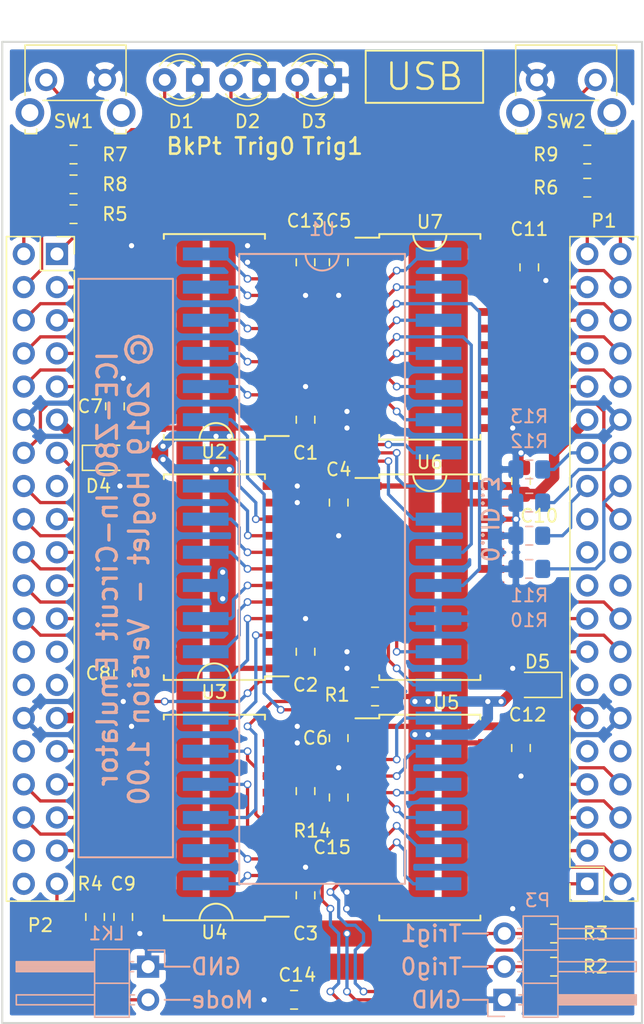
<source format=kicad_pcb>
(kicad_pcb (version 20171130) (host pcbnew 5.1.4-e60b266~84~ubuntu18.04.1)
  (layers (0 F.Cu signal) (31 B.Cu signal) (34 B.Paste user) (35 F.Paste user) (36 B.SilkS user) (37 F.SilkS user) (38 B.Mask user) (39 F.Mask user) (44 Edge.Cuts user))
  (net 0 "")
  (net 1 /GND)
  (net 2 /D7)
  (net 3 /D6)
  (net 4 /D5)
  (net 5 /D4)
  (net 6 /D3)
  (net 7 /D2)
  (net 8 /D1)
  (net 9 /D0)
  (net 10 /5V)
  (net 11 /3V3)
  (net 12 /A0)
  (net 13 /A1)
  (net 14 /A2)
  (net 15 /A3)
  (net 16 /A4)
  (net 17 /A5)
  (net 18 /A6)
  (net 19 /A7)
  (net 20 /A8)
  (net 21 /A9)
  (net 22 /A10)
  (net 23 /A11)
  (net 24 /A12)
  (net 25 /A13)
  (net 26 /A14)
  (net 27 /A15)
  (net 28 "Net-(R1-Pad2)")
  (net 29 /LV_A0)
  (net 30 /LV_A1)
  (net 31 /LV_A2)
  (net 32 /LV_A3)
  (net 33 /LV_A4)
  (net 34 /LV_A5)
  (net 35 /LV_A6)
  (net 36 /LV_A7)
  (net 37 /LV_A9)
  (net 38 /LV_A10)
  (net 39 /LV_A11)
  (net 40 /LV_A15)
  (net 41 /LV_A14)
  (net 42 /LV_A13)
  (net 43 /LV_D7)
  (net 44 /LV_D6)
  (net 45 /LV_D5)
  (net 46 /LV_D4)
  (net 47 /LV_D3)
  (net 48 /LV_D2)
  (net 49 /LV_D1)
  (net 50 /LV_D0)
  (net 51 /LV_OED)
  (net 52 /LV_A12)
  (net 53 "Net-(P1-Pad14)")
  (net 54 "Net-(P1-Pad13)")
  (net 55 "Net-(P1-Pad10)")
  (net 56 "Net-(P2-Pad28)")
  (net 57 "Net-(P2-Pad27)")
  (net 58 "Net-(P2-Pad25)")
  (net 59 "Net-(P2-Pad15)")
  (net 60 "Net-(D1-Pad2)")
  (net 61 "Net-(D2-Pad2)")
  (net 62 "Net-(D3-Pad2)")
  (net 63 /VIN2)
  (net 64 /VIN1)
  (net 65 /SW2)
  (net 66 /LED3)
  (net 67 /LV_TRIG1)
  (net 68 /LV_TRIG0)
  (net 69 /JUMPER)
  (net 70 /LED2)
  (net 71 /SW1)
  (net 72 /LED1)
  (net 73 /TRIG1)
  (net 74 /TRIG0)
  (net 75 /LV_DIRD)
  (net 76 /ID3)
  (net 77 /ID2)
  (net 78 /ID1)
  (net 79 /ID0)
  (net 80 "Net-(P1-Pad23)")
  (net 81 "Net-(P1-Pad22)")
  (net 82 "Net-(P1-Pad21)")
  (net 83 "Net-(P1-Pad20)")
  (net 84 "Net-(P1-Pad19)")
  (net 85 "Net-(P1-Pad9)")
  (net 86 "Net-(P2-Pad40)")
  (net 87 "Net-(P2-Pad38)")
  (net 88 "Net-(P2-Pad32)")
  (net 89 "Net-(P2-Pad26)")
  (net 90 /RFSH)
  (net 91 /M1)
  (net 92 /RESET)
  (net 93 /BUSRQ)
  (net 94 /WAIT)
  (net 95 /BUSACK)
  (net 96 /WR)
  (net 97 /IORQ)
  (net 98 /MREQ)
  (net 99 /HALT)
  (net 100 /NMI)
  (net 101 /INT)
  (net 102 /CLK)
  (net 103 /RD)
  (net 104 /LV_OEC)
  (net 105 /LV_WR)
  (net 106 /LV_RD)
  (net 107 /LV_IORQ)
  (net 108 /LV_MREQ)
  (net 109 /LV_RFSH)
  (net 110 /LV_M1)
  (net 111 /LV_BUSACK)
  (net 112 /LV_HALT)
  (net 113 /LV_CLK)
  (net 114 /LV_RESET)
  (net 115 /LV_BUSRQ)
  (net 116 /LV_WAIT)
  (net 117 /LV_INT)
  (net 118 /LV_NMI)
  (net 119 "Net-(U6-Pad21)")
  (net 120 "Net-(U6-Pad20)")
  (net 121 "Net-(U6-Pad19)")
  (net 122 "Net-(U6-Pad18)")
  (net 123 "Net-(U6-Pad6)")
  (net 124 "Net-(U6-Pad5)")
  (net 125 "Net-(U6-Pad4)")
  (net 126 "Net-(U6-Pad3)")
  (net 127 "Net-(U4-Pad10)")
  (net 128 "Net-(U4-Pad9)")
  (net 129 "Net-(U4-Pad17)")
  (net 130 "Net-(U4-Pad16)")
  (net 131 "Net-(U4-Pad15)")
  (net 132 "Net-(U4-Pad14)")
  (net 133 "Net-(U4-Pad8)")
  (net 134 "Net-(U4-Pad7)")
  (net 135 /LV_A8)
  (net 136 /LV_OEA1)
  (net 137 /LV_OEA2)
  (net 138 /FILTERED_CLK)
  (module Resistor_SMD:R_0805_2012Metric_Pad1.15x1.40mm_HandSolder (layer F.Cu) (at 191.77 107.197 90)
    (fp_text reference R14 (at -3.039 0.508 180) (layer F.SilkS))
    (fp_text value 0)
    (pad 2 smd roundrect (at 1.025 0 90) (size 1.15 1.4) (layers F.Cu F.Paste F.Mask) (roundrect_rratio 0.217391) (net 102 /CLK))
    (pad 1 smd roundrect (at -1.025 0 90) (size 1.15 1.4) (layers F.Cu F.Paste F.Mask) (roundrect_rratio 0.217391) (net 138 /FILTERED_CLK))
  )
  (module Capacitor_SMD:C_0805_2012Metric_Pad1.15x1.40mm_HandSolder (layer F.Cu) (at 194.31 107.687 90)
    (fp_text reference C15 (at -3.819 -0.508 180) (layer F.SilkS))
    (fp_text value 0pF)
    (pad 2 smd roundrect (at 1.025 0 90) (size 1.15 1.4) (layers F.Cu F.Paste F.Mask) (roundrect_rratio 0.217391) (net 1 /GND))
    (pad 1 smd roundrect (at -1.025 0 90) (size 1.15 1.4) (layers F.Cu F.Paste F.Mask) (roundrect_rratio 0.217391) (net 138 /FILTERED_CLK))
  )
  (module Capacitor_SMD:C_0805_2012Metric_Pad1.15x1.40mm_HandSolder (layer F.Cu) (at 191.77 96.52 90)
    (fp_text reference C2 (at -2.54 0 180) (layer F.SilkS))
    (fp_text value 100nF)
    (pad 2 smd roundrect (at 1.025 0 90) (size 1.15 1.4) (layers F.Cu F.Paste F.Mask) (roundrect_rratio 0.217391) (net 1 /GND))
    (pad 1 smd roundrect (at -1.025 0 90) (size 1.15 1.4) (layers F.Cu F.Paste F.Mask) (roundrect_rratio 0.217391) (net 10 /5V))
  )
  (module footprints:dip40_smt_header (layer B.Cu) (at 185.42 66.04 180)
    (fp_text reference U1 (at -7.62 1.905) (layer B.SilkS) (effects (justify mirror)))
    (fp_text value Z80CPU)
    (pad 40 smd rect (at -15.24 0 180) (size 3.5 1) (drill (offset -1.3 0)) (layers B.Cu B.Paste B.Mask) (net 22 /A10))
    (pad 39 smd rect (at -15.24 -2.54 180) (size 3.5 1) (drill (offset -1.3 0)) (layers B.Cu B.Paste B.Mask) (net 21 /A9))
    (pad 38 smd rect (at -15.24 -5.08 180) (size 3.5 1) (drill (offset -1.3 0)) (layers B.Cu B.Paste B.Mask) (net 20 /A8))
    (pad 37 smd rect (at -15.24 -7.62 180) (size 3.5 1) (drill (offset -1.3 0)) (layers B.Cu B.Paste B.Mask) (net 19 /A7))
    (pad 36 smd rect (at -15.24 -10.16 180) (size 3.5 1) (drill (offset -1.3 0)) (layers B.Cu B.Paste B.Mask) (net 18 /A6))
    (pad 35 smd rect (at -15.24 -12.7 180) (size 3.5 1) (drill (offset -1.3 0)) (layers B.Cu B.Paste B.Mask) (net 17 /A5))
    (pad 34 smd rect (at -15.24 -15.24 180) (size 3.5 1) (drill (offset -1.3 0)) (layers B.Cu B.Paste B.Mask) (net 16 /A4))
    (pad 33 smd rect (at -15.24 -17.78 180) (size 3.5 1) (drill (offset -1.3 0)) (layers B.Cu B.Paste B.Mask) (net 15 /A3))
    (pad 32 smd rect (at -15.24 -20.32 180) (size 3.5 1) (drill (offset -1.3 0)) (layers B.Cu B.Paste B.Mask) (net 14 /A2))
    (pad 31 smd rect (at -15.24 -22.86 180) (size 3.5 1) (drill (offset -1.3 0)) (layers B.Cu B.Paste B.Mask) (net 13 /A1))
    (pad 30 smd rect (at -15.24 -25.4 180) (size 3.5 1) (drill (offset -1.3 0)) (layers B.Cu B.Paste B.Mask) (net 12 /A0))
    (pad 29 smd rect (at -15.24 -27.94 180) (size 3.5 1) (drill (offset -1.3 0)) (layers B.Cu B.Paste B.Mask) (net 1 /GND))
    (pad 28 smd rect (at -15.24 -30.48 180) (size 3.5 1) (drill (offset -1.3 0)) (layers B.Cu B.Paste B.Mask) (net 90 /RFSH))
    (pad 27 smd rect (at -15.24 -33.02 180) (size 3.5 1) (drill (offset -1.3 0)) (layers B.Cu B.Paste B.Mask) (net 91 /M1))
    (pad 26 smd rect (at -15.24 -35.56 180) (size 3.5 1) (drill (offset -1.3 0)) (layers B.Cu B.Paste B.Mask) (net 92 /RESET))
    (pad 25 smd rect (at -15.24 -38.1 180) (size 3.5 1) (drill (offset -1.3 0)) (layers B.Cu B.Paste B.Mask) (net 93 /BUSRQ))
    (pad 24 smd rect (at -15.24 -40.64 180) (size 3.5 1) (drill (offset -1.3 0)) (layers B.Cu B.Paste B.Mask) (net 94 /WAIT))
    (pad 23 smd rect (at -15.24 -43.18 180) (size 3.5 1) (drill (offset -1.3 0)) (layers B.Cu B.Paste B.Mask) (net 95 /BUSACK))
    (pad 22 smd rect (at -15.24 -45.72 180) (size 3.5 1) (drill (offset -1.3 0)) (layers B.Cu B.Paste B.Mask) (net 96 /WR))
    (pad 20 smd rect (at 0 -48.26 180) (size 3.5 1) (drill (offset 1.3 0)) (layers B.Cu B.Paste B.Mask) (net 97 /IORQ))
    (pad 19 smd rect (at 0 -45.72 180) (size 3.5 1) (drill (offset 1.3 0)) (layers B.Cu B.Paste B.Mask) (net 98 /MREQ))
    (pad 18 smd rect (at 0 -43.18 180) (size 3.5 1) (drill (offset 1.3 0)) (layers B.Cu B.Paste B.Mask) (net 99 /HALT))
    (pad 17 smd rect (at 0 -40.64 180) (size 3.5 1) (drill (offset 1.3 0)) (layers B.Cu B.Paste B.Mask) (net 100 /NMI))
    (pad 16 smd rect (at 0 -38.1 180) (size 3.5 1) (drill (offset 1.3 0)) (layers B.Cu B.Paste B.Mask) (net 101 /INT))
    (pad 15 smd rect (at 0 -35.56 180) (size 3.5 1) (drill (offset 1.3 0)) (layers B.Cu B.Paste B.Mask) (net 8 /D1))
    (pad 14 smd rect (at 0 -33.02 180) (size 3.5 1) (drill (offset 1.3 0)) (layers B.Cu B.Paste B.Mask) (net 9 /D0))
    (pad 13 smd rect (at 0 -30.48 180) (size 3.5 1) (drill (offset 1.3 0)) (layers B.Cu B.Paste B.Mask) (net 2 /D7))
    (pad 12 smd rect (at 0 -27.94 180) (size 3.5 1) (drill (offset 1.3 0)) (layers B.Cu B.Paste B.Mask) (net 7 /D2))
    (pad 11 smd rect (at 0 -25.4 180) (size 3.5 1) (drill (offset 1.3 0)) (layers B.Cu B.Paste B.Mask) (net 10 /5V))
    (pad 10 smd rect (at 0 -22.86 180) (size 3.5 1) (drill (offset 1.3 0)) (layers B.Cu B.Paste B.Mask) (net 3 /D6))
    (pad 9 smd rect (at 0 -20.32 180) (size 3.5 1) (drill (offset 1.3 0)) (layers B.Cu B.Paste B.Mask) (net 4 /D5))
    (pad 8 smd rect (at 0 -17.78 180) (size 3.5 1) (drill (offset 1.3 0)) (layers B.Cu B.Paste B.Mask) (net 6 /D3))
    (pad 7 smd rect (at 0 -15.24 180) (size 3.5 1) (drill (offset 1.3 0)) (layers B.Cu B.Paste B.Mask) (net 5 /D4))
    (pad 6 smd rect (at 0 -12.7 180) (size 3.5 1) (drill (offset 1.3 0)) (layers B.Cu B.Paste B.Mask) (net 102 /CLK))
    (pad 5 smd rect (at 0 -10.16 180) (size 3.5 1) (drill (offset 1.3 0)) (layers B.Cu B.Paste B.Mask) (net 27 /A15))
    (pad 4 smd rect (at 0 -7.62 180) (size 3.5 1) (drill (offset 1.3 0)) (layers B.Cu B.Paste B.Mask) (net 26 /A14))
    (pad 3 smd rect (at 0 -5.08 180) (size 3.5 1) (drill (offset 1.3 0)) (layers B.Cu B.Paste B.Mask) (net 25 /A13))
    (pad 2 smd rect (at 0 -2.54 180) (size 3.5 1) (drill (offset 1.3 0)) (layers B.Cu B.Paste B.Mask) (net 24 /A12))
    (pad 1 smd rect (at 0 0 180) (size 3.5 1) (drill (offset 1.3 0)) (layers B.Cu B.Paste B.Mask) (net 23 /A11))
    (pad 21 smd rect (at -15.24 -48.26 180) (size 3.5 1) (drill (offset -1.3 0)) (layers B.Cu B.Paste B.Mask) (net 103 /RD))
  )
  (module Capacitor_SMD:C_0805_2012Metric_Pad1.15x1.40mm_HandSolder (layer F.Cu) (at 208.28 103.895 270)
    (fp_text reference C12 (at -2.549 -0.508 180) (layer F.SilkS))
    (fp_text value 100nF)
    (pad 2 smd roundrect (at 1.025 0 270) (size 1.15 1.4) (layers F.Cu F.Paste F.Mask) (roundrect_rratio 0.217391) (net 1 /GND))
    (pad 1 smd roundrect (at -1.025 0 270) (size 1.15 1.4) (layers F.Cu F.Paste F.Mask) (roundrect_rratio 0.217391) (net 11 /3V3))
  )
  (module Capacitor_SMD:C_0805_2012Metric_Pad1.15x1.40mm_HandSolder (layer F.Cu) (at 194.31 103.133 270)
    (fp_text reference C6 (at -0.009 1.778 180) (layer F.SilkS))
    (fp_text value 100nF)
    (pad 2 smd roundrect (at 1.025 0 270) (size 1.15 1.4) (layers F.Cu F.Paste F.Mask) (roundrect_rratio 0.217391) (net 1 /GND))
    (pad 1 smd roundrect (at -1.025 0 270) (size 1.15 1.4) (layers F.Cu F.Paste F.Mask) (roundrect_rratio 0.217391) (net 10 /5V))
  )
  (module footprints:SOIC-24W_7.5x15.4mm_Pitch1.27mm (layer F.Cu) (at 201.295 109.22)
    (fp_text reference U5 (at 1.27 -8.8) (layer F.SilkS))
    (fp_text value 74LVC4245)
    (pad 24 smd rect (at 4.7 -6.985) (size 2 0.6) (layers F.Cu F.Paste F.Mask) (net 11 /3V3))
    (pad 23 smd rect (at 4.7 -5.715) (size 2 0.6) (layers F.Cu F.Paste F.Mask) (net 11 /3V3))
    (pad 22 smd rect (at 4.7 -4.445) (size 2 0.6) (layers F.Cu F.Paste F.Mask) (net 1 /GND))
    (pad 21 smd rect (at 4.7 -3.175) (size 2 0.6) (layers F.Cu F.Paste F.Mask) (net 114 /LV_RESET))
    (pad 20 smd rect (at 4.7 -1.905) (size 2 0.6) (layers F.Cu F.Paste F.Mask) (net 115 /LV_BUSRQ))
    (pad 19 smd rect (at 4.7 -0.635) (size 2 0.6) (layers F.Cu F.Paste F.Mask) (net 116 /LV_WAIT))
    (pad 18 smd rect (at 4.7 0.635) (size 2 0.6) (layers F.Cu F.Paste F.Mask) (net 113 /LV_CLK))
    (pad 17 smd rect (at 4.7 1.905) (size 2 0.6) (layers F.Cu F.Paste F.Mask) (net 117 /LV_INT))
    (pad 16 smd rect (at 4.7 3.175) (size 2 0.6) (layers F.Cu F.Paste F.Mask) (net 118 /LV_NMI))
    (pad 15 smd rect (at 4.7 4.445) (size 2 0.6) (layers F.Cu F.Paste F.Mask) (net 68 /LV_TRIG0))
    (pad 14 smd rect (at 4.7 5.715) (size 2 0.6) (layers F.Cu F.Paste F.Mask) (net 67 /LV_TRIG1))
    (pad 13 smd rect (at 4.7 6.985) (size 2 0.6) (layers F.Cu F.Paste F.Mask) (net 1 /GND))
    (pad 12 smd rect (at -4.7 6.985) (size 2 0.6) (layers F.Cu F.Paste F.Mask) (net 1 /GND))
    (pad 11 smd rect (at -4.7 5.715) (size 2 0.6) (layers F.Cu F.Paste F.Mask) (net 1 /GND))
    (pad 10 smd rect (at -4.7 4.445) (size 2 0.6) (layers F.Cu F.Paste F.Mask) (net 73 /TRIG1))
    (pad 9 smd rect (at -4.7 3.175) (size 2 0.6) (layers F.Cu F.Paste F.Mask) (net 74 /TRIG0))
    (pad 8 smd rect (at -4.7 1.905) (size 2 0.6) (layers F.Cu F.Paste F.Mask) (net 100 /NMI))
    (pad 7 smd rect (at -4.7 0.635) (size 2 0.6) (layers F.Cu F.Paste F.Mask) (net 101 /INT))
    (pad 6 smd rect (at -4.7 -0.635) (size 2 0.6) (layers F.Cu F.Paste F.Mask) (net 138 /FILTERED_CLK))
    (pad 5 smd rect (at -4.7 -1.905) (size 2 0.6) (layers F.Cu F.Paste F.Mask) (net 94 /WAIT))
    (pad 4 smd rect (at -4.7 -3.175) (size 2 0.6) (layers F.Cu F.Paste F.Mask) (net 93 /BUSRQ))
    (pad 3 smd rect (at -4.7 -4.445) (size 2 0.6) (layers F.Cu F.Paste F.Mask) (net 92 /RESET))
    (pad 2 smd rect (at -4.7 -5.715) (size 2 0.6) (layers F.Cu F.Paste F.Mask) (net 28 "Net-(R1-Pad2)"))
    (pad 1 smd rect (at -4.7 -6.985) (size 2 0.6) (layers F.Cu F.Paste F.Mask) (net 10 /5V))
  )
  (module Resistor_SMD:R_0805_2012Metric_Pad1.15x1.40mm_HandSolder (layer F.Cu) (at 197.095 99.949 180)
    (fp_text reference R1 (at 2.912 0.127) (layer F.SilkS))
    (fp_text value 22K)
    (pad 2 smd roundrect (at 1.025 0 180) (size 1.15 1.4) (layers F.Cu F.Paste F.Mask) (roundrect_rratio 0.217391) (net 28 "Net-(R1-Pad2)"))
    (pad 1 smd roundrect (at -1.025 0 180) (size 1.15 1.4) (layers F.Cu F.Paste F.Mask) (roundrect_rratio 0.217391) (net 10 /5V))
  )
  (module Resistor_SMD:R_0805_2012Metric_Pad1.15x1.40mm_HandSolder (layer B.Cu) (at 208.915 82.55)
    (fp_text reference R13 (at 0 -4.064) (layer B.SilkS) (effects (justify mirror)))
    (fp_text value 0)
    (pad 2 smd roundrect (at 1.025 0) (size 1.15 1.4) (layers B.Cu B.Paste B.Mask) (roundrect_rratio 0.217391) (net 76 /ID3))
    (pad 1 smd roundrect (at -1.025 0) (size 1.15 1.4) (layers B.Cu B.Paste B.Mask) (roundrect_rratio 0.217391) (net 1 /GND))
  )
  (module Resistor_SMD:R_0805_2012Metric_Pad1.15x1.40mm_HandSolder (layer B.Cu) (at 208.915 85.09)
    (fp_text reference R12 (at 0 -4.699) (layer B.SilkS) (effects (justify mirror)))
    (fp_text value 0)
    (pad 2 smd roundrect (at 1.025 0) (size 1.15 1.4) (layers B.Cu B.Paste B.Mask) (roundrect_rratio 0.217391) (net 77 /ID2))
    (pad 1 smd roundrect (at -1.025 0) (size 1.15 1.4) (layers B.Cu B.Paste B.Mask) (roundrect_rratio 0.217391) (net 1 /GND))
  )
  (module Resistor_SMD:R_0805_2012Metric_Pad1.15x1.40mm_HandSolder (layer B.Cu) (at 208.915 87.63)
    (fp_text reference R11 (at 0 4.572) (layer B.SilkS) (effects (justify mirror)))
    (fp_text value 0)
    (pad 2 smd roundrect (at 1.025 0) (size 1.15 1.4) (layers B.Cu B.Paste B.Mask) (roundrect_rratio 0.217391) (net 78 /ID1))
    (pad 1 smd roundrect (at -1.025 0) (size 1.15 1.4) (layers B.Cu B.Paste B.Mask) (roundrect_rratio 0.217391) (net 1 /GND))
  )
  (module Resistor_SMD:R_0805_2012Metric_Pad1.15x1.40mm_HandSolder (layer B.Cu) (at 208.915 90.17)
    (fp_text reference R10 (at 0 3.937) (layer B.SilkS) (effects (justify mirror)))
    (fp_text value 0)
    (pad 2 smd roundrect (at 1.025 0) (size 1.15 1.4) (layers B.Cu B.Paste B.Mask) (roundrect_rratio 0.217391) (net 79 /ID0))
    (pad 1 smd roundrect (at -1.025 0) (size 1.15 1.4) (layers B.Cu B.Paste B.Mask) (roundrect_rratio 0.217391) (net 1 /GND))
  )
  (module Resistor_SMD:R_0805_2012Metric_Pad1.15x1.40mm_HandSolder (layer F.Cu) (at 210.82 118.11 180)
    (fp_text reference R3 (at -3.175 0 180) (layer F.SilkS))
    (fp_text value 22K)
    (pad 1 smd roundrect (at -1.025 0 180) (size 1.15 1.4) (layers F.Cu F.Paste F.Mask) (roundrect_rratio 0.217391) (net 10 /5V))
    (pad 2 smd roundrect (at 1.025 0 180) (size 1.15 1.4) (layers F.Cu F.Paste F.Mask) (roundrect_rratio 0.217391) (net 73 /TRIG1))
  )
  (module footprints:SOIC-24W_7.5x15.4mm_Pitch1.27mm (layer F.Cu) (at 184.785 72.39 180)
    (fp_text reference U2 (at 0 -8.8 180) (layer F.SilkS))
    (fp_text value 74LVC4245)
    (pad 24 smd rect (at 4.7 -6.985 180) (size 2 0.6) (layers F.Cu F.Paste F.Mask) (net 11 /3V3))
    (pad 23 smd rect (at 4.7 -5.715 180) (size 2 0.6) (layers F.Cu F.Paste F.Mask) (net 11 /3V3))
    (pad 22 smd rect (at 4.7 -4.445 180) (size 2 0.6) (layers F.Cu F.Paste F.Mask) (net 136 /LV_OEA1))
    (pad 21 smd rect (at 4.7 -3.175 180) (size 2 0.6) (layers F.Cu F.Paste F.Mask) (net 40 /LV_A15))
    (pad 20 smd rect (at 4.7 -1.905 180) (size 2 0.6) (layers F.Cu F.Paste F.Mask) (net 31 /LV_A2))
    (pad 19 smd rect (at 4.7 -0.635 180) (size 2 0.6) (layers F.Cu F.Paste F.Mask) (net 41 /LV_A14))
    (pad 18 smd rect (at 4.7 0.635 180) (size 2 0.6) (layers F.Cu F.Paste F.Mask) (net 32 /LV_A3))
    (pad 17 smd rect (at 4.7 1.905 180) (size 2 0.6) (layers F.Cu F.Paste F.Mask) (net 42 /LV_A13))
    (pad 16 smd rect (at 4.7 3.175 180) (size 2 0.6) (layers F.Cu F.Paste F.Mask) (net 33 /LV_A4))
    (pad 15 smd rect (at 4.7 4.445 180) (size 2 0.6) (layers F.Cu F.Paste F.Mask) (net 52 /LV_A12))
    (pad 14 smd rect (at 4.7 5.715 180) (size 2 0.6) (layers F.Cu F.Paste F.Mask) (net 39 /LV_A11))
    (pad 13 smd rect (at 4.7 6.985 180) (size 2 0.6) (layers F.Cu F.Paste F.Mask) (net 1 /GND))
    (pad 12 smd rect (at -4.7 6.985 180) (size 2 0.6) (layers F.Cu F.Paste F.Mask) (net 1 /GND))
    (pad 11 smd rect (at -4.7 5.715 180) (size 2 0.6) (layers F.Cu F.Paste F.Mask) (net 1 /GND))
    (pad 10 smd rect (at -4.7 4.445 180) (size 2 0.6) (layers F.Cu F.Paste F.Mask) (net 23 /A11))
    (pad 9 smd rect (at -4.7 3.175 180) (size 2 0.6) (layers F.Cu F.Paste F.Mask) (net 24 /A12))
    (pad 8 smd rect (at -4.7 1.905 180) (size 2 0.6) (layers F.Cu F.Paste F.Mask) (net 16 /A4))
    (pad 7 smd rect (at -4.7 0.635 180) (size 2 0.6) (layers F.Cu F.Paste F.Mask) (net 25 /A13))
    (pad 6 smd rect (at -4.7 -0.635 180) (size 2 0.6) (layers F.Cu F.Paste F.Mask) (net 15 /A3))
    (pad 5 smd rect (at -4.7 -1.905 180) (size 2 0.6) (layers F.Cu F.Paste F.Mask) (net 26 /A14))
    (pad 4 smd rect (at -4.7 -3.175 180) (size 2 0.6) (layers F.Cu F.Paste F.Mask) (net 14 /A2))
    (pad 3 smd rect (at -4.7 -4.445 180) (size 2 0.6) (layers F.Cu F.Paste F.Mask) (net 27 /A15))
    (pad 2 smd rect (at -4.7 -5.715 180) (size 2 0.6) (layers F.Cu F.Paste F.Mask) (net 1 /GND))
    (pad 1 smd rect (at -4.7 -6.985 180) (size 2 0.6) (layers F.Cu F.Paste F.Mask) (net 10 /5V))
  )
  (module Connector_PinHeader_2.54mm:PinHeader_1x02_P2.54mm_Horizontal (layer B.Cu) (at 179.705 120.65 180)
    (fp_text reference LK1 (at 3.175 2.54) (layer B.SilkS) (effects (justify mirror)))
    (fp_text value Conn_01x02)
    (pad 2 thru_hole oval (at 0 -2.54 180) (size 1.7 1.7) (drill 1) (layers *.Cu *.Mask) (net 69 /JUMPER))
    (pad 1 thru_hole rect (at 0 0 180) (size 1.7 1.7) (drill 1) (layers *.Cu *.Mask) (net 1 /GND))
  )
  (module Connector_PinHeader_2.54mm:PinHeader_1x03_P2.54mm_Horizontal (layer B.Cu) (at 207.01 123.19)
    (fp_text reference P3 (at 2.54 -7.62) (layer B.SilkS) (effects (justify mirror)))
    (fp_text value Conn_01x03)
    (pad 3 thru_hole oval (at 0 -5.08) (size 1.7 1.7) (drill 1) (layers *.Cu *.Mask) (net 73 /TRIG1))
    (pad 2 thru_hole oval (at 0 -2.54) (size 1.7 1.7) (drill 1) (layers *.Cu *.Mask) (net 74 /TRIG0))
    (pad 1 thru_hole rect (at 0 0) (size 1.7 1.7) (drill 1) (layers *.Cu *.Mask) (net 1 /GND))
  )
  (module footprints:SW_Tactile_SKHH_Angled (layer F.Cu) (at 209.495 52.705)
    (fp_text reference SW2 (at 2.25 3.175) (layer F.SilkS))
    (fp_text value SW_Push)
    (pad "" thru_hole circle (at 5.75 2.5 180) (size 2.2 2.2) (drill 1.3) (layers *.Cu *.Mask))
    (pad "" thru_hole circle (at -1.25 2.5 180) (size 2.2 2.2) (drill 1.3) (layers *.Cu *.Mask))
    (pad 2 thru_hole circle (at 4.5 0 180) (size 1.7 1.7) (drill 1) (layers *.Cu *.Mask) (net 65 /SW2))
    (pad 1 thru_hole circle (at 0 0 180) (size 1.7 1.7) (drill 1) (layers *.Cu *.Mask) (net 1 /GND))
  )
  (module footprints:SW_Tactile_SKHH_Angled (layer F.Cu) (at 171.8945 52.705)
    (fp_text reference SW1 (at 2.0955 3.175) (layer F.SilkS))
    (fp_text value SW_Push)
    (pad "" thru_hole circle (at 5.75 2.5 180) (size 2.2 2.2) (drill 1.3) (layers *.Cu *.Mask))
    (pad "" thru_hole circle (at -1.25 2.5 180) (size 2.2 2.2) (drill 1.3) (layers *.Cu *.Mask))
    (pad 2 thru_hole circle (at 4.5 0 180) (size 1.7 1.7) (drill 1) (layers *.Cu *.Mask) (net 1 /GND))
    (pad 1 thru_hole circle (at 0 0 180) (size 1.7 1.7) (drill 1) (layers *.Cu *.Mask) (net 71 /SW1))
  )
  (module LED_THT:LED_D3.0mm (layer F.Cu) (at 188.595 52.705 180)
    (fp_text reference D2 (at 1.27 -3.175) (layer F.SilkS))
    (fp_text value LED)
    (pad 2 thru_hole circle (at 2.54 0 180) (size 1.8 1.8) (drill 0.9) (layers *.Cu *.Mask) (net 61 "Net-(D2-Pad2)"))
    (pad 1 thru_hole rect (at 0 0 180) (size 1.8 1.8) (drill 0.9) (layers *.Cu *.Mask) (net 1 /GND))
  )
  (module LED_THT:LED_D3.0mm (layer F.Cu) (at 193.675 52.705 180)
    (fp_text reference D3 (at 1.27 -3.175) (layer F.SilkS))
    (fp_text value LED)
    (pad 2 thru_hole circle (at 2.54 0 180) (size 1.8 1.8) (drill 0.9) (layers *.Cu *.Mask) (net 62 "Net-(D3-Pad2)"))
    (pad 1 thru_hole rect (at 0 0 180) (size 1.8 1.8) (drill 0.9) (layers *.Cu *.Mask) (net 1 /GND))
  )
  (module LED_THT:LED_D3.0mm (layer F.Cu) (at 183.515 52.705 180)
    (fp_text reference D1 (at 1.27 -3.175) (layer F.SilkS))
    (fp_text value LED)
    (pad 2 thru_hole circle (at 2.54 0 180) (size 1.8 1.8) (drill 0.9) (layers *.Cu *.Mask) (net 60 "Net-(D1-Pad2)"))
    (pad 1 thru_hole rect (at 0 0 180) (size 1.8 1.8) (drill 0.9) (layers *.Cu *.Mask) (net 1 /GND))
  )
  (module Connector_PinSocket_2.54mm:PinSocket_2x20_P2.54mm_Vertical (layer F.Cu) (at 172.72 66.04)
    (fp_text reference P2 (at -1.27 51.435) (layer F.SilkS))
    (fp_text value Conn_02x20_Odd_Even)
    (pad 40 thru_hole oval (at -2.54 48.26) (size 1.7 1.7) (drill 1) (layers *.Cu *.Mask) (net 86 "Net-(P2-Pad40)"))
    (pad 39 thru_hole oval (at 0 48.26) (size 1.7 1.7) (drill 1) (layers *.Cu *.Mask) (net 69 /JUMPER))
    (pad 38 thru_hole oval (at -2.54 45.72) (size 1.7 1.7) (drill 1) (layers *.Cu *.Mask) (net 87 "Net-(P2-Pad38)"))
    (pad 37 thru_hole oval (at 0 45.72) (size 1.7 1.7) (drill 1) (layers *.Cu *.Mask) (net 104 /LV_OEC))
    (pad 36 thru_hole oval (at -2.54 43.18) (size 1.7 1.7) (drill 1) (layers *.Cu *.Mask) (net 107 /LV_IORQ))
    (pad 35 thru_hole oval (at 0 43.18) (size 1.7 1.7) (drill 1) (layers *.Cu *.Mask) (net 108 /LV_MREQ))
    (pad 34 thru_hole oval (at -2.54 40.64) (size 1.7 1.7) (drill 1) (layers *.Cu *.Mask) (net 106 /LV_RD))
    (pad 33 thru_hole oval (at 0 40.64) (size 1.7 1.7) (drill 1) (layers *.Cu *.Mask) (net 105 /LV_WR))
    (pad 32 thru_hole oval (at -2.54 38.1) (size 1.7 1.7) (drill 1) (layers *.Cu *.Mask) (net 88 "Net-(P2-Pad32)"))
    (pad 31 thru_hole oval (at 0 38.1) (size 1.7 1.7) (drill 1) (layers *.Cu *.Mask) (net 75 /LV_DIRD))
    (pad 30 thru_hole oval (at -2.54 35.56) (size 1.7 1.7) (drill 1) (layers *.Cu *.Mask) (net 1 /GND))
    (pad 29 thru_hole oval (at 0 35.56) (size 1.7 1.7) (drill 1) (layers *.Cu *.Mask) (net 11 /3V3))
    (pad 28 thru_hole oval (at -2.54 33.02) (size 1.7 1.7) (drill 1) (layers *.Cu *.Mask) (net 56 "Net-(P2-Pad28)"))
    (pad 27 thru_hole oval (at 0 33.02) (size 1.7 1.7) (drill 1) (layers *.Cu *.Mask) (net 57 "Net-(P2-Pad27)"))
    (pad 26 thru_hole oval (at -2.54 30.48) (size 1.7 1.7) (drill 1) (layers *.Cu *.Mask) (net 89 "Net-(P2-Pad26)"))
    (pad 25 thru_hole oval (at 0 30.48) (size 1.7 1.7) (drill 1) (layers *.Cu *.Mask) (net 58 "Net-(P2-Pad25)"))
    (pad 24 thru_hole oval (at -2.54 27.94) (size 1.7 1.7) (drill 1) (layers *.Cu *.Mask) (net 51 /LV_OED))
    (pad 23 thru_hole oval (at 0 27.94) (size 1.7 1.7) (drill 1) (layers *.Cu *.Mask) (net 49 /LV_D1))
    (pad 22 thru_hole oval (at -2.54 25.4) (size 1.7 1.7) (drill 1) (layers *.Cu *.Mask) (net 50 /LV_D0))
    (pad 21 thru_hole oval (at 0 25.4) (size 1.7 1.7) (drill 1) (layers *.Cu *.Mask) (net 43 /LV_D7))
    (pad 20 thru_hole oval (at -2.54 22.86) (size 1.7 1.7) (drill 1) (layers *.Cu *.Mask) (net 48 /LV_D2))
    (pad 19 thru_hole oval (at 0 22.86) (size 1.7 1.7) (drill 1) (layers *.Cu *.Mask) (net 44 /LV_D6))
    (pad 18 thru_hole oval (at -2.54 20.32) (size 1.7 1.7) (drill 1) (layers *.Cu *.Mask) (net 45 /LV_D5))
    (pad 17 thru_hole oval (at 0 20.32) (size 1.7 1.7) (drill 1) (layers *.Cu *.Mask) (net 47 /LV_D3))
    (pad 16 thru_hole oval (at -2.54 17.78) (size 1.7 1.7) (drill 1) (layers *.Cu *.Mask) (net 46 /LV_D4))
    (pad 15 thru_hole oval (at 0 17.78) (size 1.7 1.7) (drill 1) (layers *.Cu *.Mask) (net 59 "Net-(P2-Pad15)"))
    (pad 14 thru_hole oval (at -2.54 15.24) (size 1.7 1.7) (drill 1) (layers *.Cu *.Mask) (net 40 /LV_A15))
    (pad 13 thru_hole oval (at 0 15.24) (size 1.7 1.7) (drill 1) (layers *.Cu *.Mask) (net 136 /LV_OEA1))
    (pad 12 thru_hole oval (at -2.54 12.7) (size 1.7 1.7) (drill 1) (layers *.Cu *.Mask) (net 1 /GND))
    (pad 11 thru_hole oval (at 0 12.7) (size 1.7 1.7) (drill 1) (layers *.Cu *.Mask) (net 63 /VIN2))
    (pad 10 thru_hole oval (at -2.54 10.16) (size 1.7 1.7) (drill 1) (layers *.Cu *.Mask) (net 41 /LV_A14))
    (pad 9 thru_hole oval (at 0 10.16) (size 1.7 1.7) (drill 1) (layers *.Cu *.Mask) (net 31 /LV_A2))
    (pad 8 thru_hole oval (at -2.54 7.62) (size 1.7 1.7) (drill 1) (layers *.Cu *.Mask) (net 42 /LV_A13))
    (pad 7 thru_hole oval (at 0 7.62) (size 1.7 1.7) (drill 1) (layers *.Cu *.Mask) (net 32 /LV_A3))
    (pad 6 thru_hole oval (at -2.54 5.08) (size 1.7 1.7) (drill 1) (layers *.Cu *.Mask) (net 52 /LV_A12))
    (pad 5 thru_hole oval (at 0 5.08) (size 1.7 1.7) (drill 1) (layers *.Cu *.Mask) (net 33 /LV_A4))
    (pad 4 thru_hole oval (at -2.54 2.54) (size 1.7 1.7) (drill 1) (layers *.Cu *.Mask) (net 70 /LED2))
    (pad 3 thru_hole oval (at 0 2.54) (size 1.7 1.7) (drill 1) (layers *.Cu *.Mask) (net 39 /LV_A11))
    (pad 2 thru_hole oval (at -2.54 0) (size 1.7 1.7) (drill 1) (layers *.Cu *.Mask) (net 72 /LED1))
    (pad 1 thru_hole rect (at 0 0) (size 1.7 1.7) (drill 1) (layers *.Cu *.Mask) (net 71 /SW1))
  )
  (module Connector_PinSocket_2.54mm:PinSocket_2x20_P2.54mm_Vertical (layer F.Cu) (at 213.36 114.3 180)
    (fp_text reference P1 (at -1.27 50.8) (layer F.SilkS))
    (fp_text value Conn_02x20_Odd_Even)
    (pad 40 thru_hole oval (at -2.54 48.26 180) (size 1.7 1.7) (drill 1) (layers *.Cu *.Mask) (net 66 /LED3))
    (pad 39 thru_hole oval (at 0 48.26 180) (size 1.7 1.7) (drill 1) (layers *.Cu *.Mask) (net 65 /SW2))
    (pad 38 thru_hole oval (at -2.54 45.72 180) (size 1.7 1.7) (drill 1) (layers *.Cu *.Mask) (net 137 /LV_OEA2))
    (pad 37 thru_hole oval (at 0 45.72 180) (size 1.7 1.7) (drill 1) (layers *.Cu *.Mask) (net 38 /LV_A10))
    (pad 36 thru_hole oval (at -2.54 43.18 180) (size 1.7 1.7) (drill 1) (layers *.Cu *.Mask) (net 37 /LV_A9))
    (pad 35 thru_hole oval (at 0 43.18 180) (size 1.7 1.7) (drill 1) (layers *.Cu *.Mask) (net 29 /LV_A0))
    (pad 34 thru_hole oval (at -2.54 40.64 180) (size 1.7 1.7) (drill 1) (layers *.Cu *.Mask) (net 135 /LV_A8))
    (pad 33 thru_hole oval (at 0 40.64 180) (size 1.7 1.7) (drill 1) (layers *.Cu *.Mask) (net 30 /LV_A1))
    (pad 32 thru_hole oval (at -2.54 38.1 180) (size 1.7 1.7) (drill 1) (layers *.Cu *.Mask) (net 36 /LV_A7))
    (pad 31 thru_hole oval (at 0 38.1 180) (size 1.7 1.7) (drill 1) (layers *.Cu *.Mask) (net 35 /LV_A6))
    (pad 30 thru_hole oval (at -2.54 35.56 180) (size 1.7 1.7) (drill 1) (layers *.Cu *.Mask) (net 1 /GND))
    (pad 29 thru_hole oval (at 0 35.56 180) (size 1.7 1.7) (drill 1) (layers *.Cu *.Mask) (net 11 /3V3))
    (pad 28 thru_hole oval (at -2.54 33.02 180) (size 1.7 1.7) (drill 1) (layers *.Cu *.Mask) (net 77 /ID2))
    (pad 27 thru_hole oval (at 0 33.02 180) (size 1.7 1.7) (drill 1) (layers *.Cu *.Mask) (net 76 /ID3))
    (pad 26 thru_hole oval (at -2.54 30.48 180) (size 1.7 1.7) (drill 1) (layers *.Cu *.Mask) (net 79 /ID0))
    (pad 25 thru_hole oval (at 0 30.48 180) (size 1.7 1.7) (drill 1) (layers *.Cu *.Mask) (net 78 /ID1))
    (pad 24 thru_hole oval (at -2.54 27.94 180) (size 1.7 1.7) (drill 1) (layers *.Cu *.Mask) (net 34 /LV_A5))
    (pad 23 thru_hole oval (at 0 27.94 180) (size 1.7 1.7) (drill 1) (layers *.Cu *.Mask) (net 80 "Net-(P1-Pad23)"))
    (pad 22 thru_hole oval (at -2.54 25.4 180) (size 1.7 1.7) (drill 1) (layers *.Cu *.Mask) (net 81 "Net-(P1-Pad22)"))
    (pad 21 thru_hole oval (at 0 25.4 180) (size 1.7 1.7) (drill 1) (layers *.Cu *.Mask) (net 82 "Net-(P1-Pad21)"))
    (pad 20 thru_hole oval (at -2.54 22.86 180) (size 1.7 1.7) (drill 1) (layers *.Cu *.Mask) (net 83 "Net-(P1-Pad20)"))
    (pad 19 thru_hole oval (at 0 22.86 180) (size 1.7 1.7) (drill 1) (layers *.Cu *.Mask) (net 84 "Net-(P1-Pad19)"))
    (pad 18 thru_hole oval (at -2.54 20.32 180) (size 1.7 1.7) (drill 1) (layers *.Cu *.Mask) (net 109 /LV_RFSH))
    (pad 17 thru_hole oval (at 0 20.32 180) (size 1.7 1.7) (drill 1) (layers *.Cu *.Mask) (net 110 /LV_M1))
    (pad 16 thru_hole oval (at -2.54 17.78 180) (size 1.7 1.7) (drill 1) (layers *.Cu *.Mask) (net 112 /LV_HALT))
    (pad 15 thru_hole oval (at 0 17.78 180) (size 1.7 1.7) (drill 1) (layers *.Cu *.Mask) (net 111 /LV_BUSACK))
    (pad 14 thru_hole oval (at -2.54 15.24 180) (size 1.7 1.7) (drill 1) (layers *.Cu *.Mask) (net 53 "Net-(P1-Pad14)"))
    (pad 13 thru_hole oval (at 0 15.24 180) (size 1.7 1.7) (drill 1) (layers *.Cu *.Mask) (net 54 "Net-(P1-Pad13)"))
    (pad 12 thru_hole oval (at -2.54 12.7 180) (size 1.7 1.7) (drill 1) (layers *.Cu *.Mask) (net 1 /GND))
    (pad 11 thru_hole oval (at 0 12.7 180) (size 1.7 1.7) (drill 1) (layers *.Cu *.Mask) (net 64 /VIN1))
    (pad 10 thru_hole oval (at -2.54 10.16 180) (size 1.7 1.7) (drill 1) (layers *.Cu *.Mask) (net 55 "Net-(P1-Pad10)"))
    (pad 9 thru_hole oval (at 0 10.16 180) (size 1.7 1.7) (drill 1) (layers *.Cu *.Mask) (net 85 "Net-(P1-Pad9)"))
    (pad 8 thru_hole oval (at -2.54 7.62 180) (size 1.7 1.7) (drill 1) (layers *.Cu *.Mask) (net 114 /LV_RESET))
    (pad 7 thru_hole oval (at 0 7.62 180) (size 1.7 1.7) (drill 1) (layers *.Cu *.Mask) (net 115 /LV_BUSRQ))
    (pad 6 thru_hole oval (at -2.54 5.08 180) (size 1.7 1.7) (drill 1) (layers *.Cu *.Mask) (net 116 /LV_WAIT))
    (pad 5 thru_hole oval (at 0 5.08 180) (size 1.7 1.7) (drill 1) (layers *.Cu *.Mask) (net 113 /LV_CLK))
    (pad 4 thru_hole oval (at -2.54 2.54 180) (size 1.7 1.7) (drill 1) (layers *.Cu *.Mask) (net 117 /LV_INT))
    (pad 3 thru_hole oval (at 0 2.54 180) (size 1.7 1.7) (drill 1) (layers *.Cu *.Mask) (net 118 /LV_NMI))
    (pad 2 thru_hole oval (at -2.54 0 180) (size 1.7 1.7) (drill 1) (layers *.Cu *.Mask) (net 68 /LV_TRIG0))
    (pad 1 thru_hole rect (at 0 0 180) (size 1.7 1.7) (drill 1) (layers *.Cu *.Mask) (net 67 /LV_TRIG1))
  )
  (module Resistor_SMD:R_0805_2012Metric_Pad1.15x1.40mm_HandSolder (layer F.Cu) (at 213.36 58.42 180)
    (fp_text reference R9 (at 3.175 0 180) (layer F.SilkS))
    (fp_text value 330)
    (pad 2 smd roundrect (at 1.025 0 180) (size 1.15 1.4) (layers F.Cu F.Paste F.Mask) (roundrect_rratio 0.217391) (net 62 "Net-(D3-Pad2)"))
    (pad 1 smd roundrect (at -1.025 0 180) (size 1.15 1.4) (layers F.Cu F.Paste F.Mask) (roundrect_rratio 0.217391) (net 66 /LED3))
  )
  (module Resistor_SMD:R_0805_2012Metric_Pad1.15x1.40mm_HandSolder (layer F.Cu) (at 173.99 60.706)
    (fp_text reference R8 (at 3.175 0) (layer F.SilkS))
    (fp_text value 330)
    (pad 2 smd roundrect (at 1.025 0) (size 1.15 1.4) (layers F.Cu F.Paste F.Mask) (roundrect_rratio 0.217391) (net 61 "Net-(D2-Pad2)"))
    (pad 1 smd roundrect (at -1.025 0) (size 1.15 1.4) (layers F.Cu F.Paste F.Mask) (roundrect_rratio 0.217391) (net 70 /LED2))
  )
  (module Resistor_SMD:R_0805_2012Metric_Pad1.15x1.40mm_HandSolder (layer F.Cu) (at 173.99 58.42)
    (fp_text reference R7 (at 3.175 0) (layer F.SilkS))
    (fp_text value 330)
    (pad 2 smd roundrect (at 1.025 0) (size 1.15 1.4) (layers F.Cu F.Paste F.Mask) (roundrect_rratio 0.217391) (net 60 "Net-(D1-Pad2)"))
    (pad 1 smd roundrect (at -1.025 0) (size 1.15 1.4) (layers F.Cu F.Paste F.Mask) (roundrect_rratio 0.217391) (net 72 /LED1))
  )
  (module Resistor_SMD:R_0805_2012Metric_Pad1.15x1.40mm_HandSolder (layer F.Cu) (at 213.36 60.96)
    (fp_text reference R6 (at -3.175 0) (layer F.SilkS))
    (fp_text value 22K)
    (pad 2 smd roundrect (at 1.025 0) (size 1.15 1.4) (layers F.Cu F.Paste F.Mask) (roundrect_rratio 0.217391) (net 65 /SW2))
    (pad 1 smd roundrect (at -1.025 0) (size 1.15 1.4) (layers F.Cu F.Paste F.Mask) (roundrect_rratio 0.217391) (net 11 /3V3))
  )
  (module Resistor_SMD:R_0805_2012Metric_Pad1.15x1.40mm_HandSolder (layer F.Cu) (at 173.99 62.992 180)
    (fp_text reference R5 (at -3.175 0) (layer F.SilkS))
    (fp_text value 22K)
    (pad 2 smd roundrect (at 1.025 0 180) (size 1.15 1.4) (layers F.Cu F.Paste F.Mask) (roundrect_rratio 0.217391) (net 71 /SW1))
    (pad 1 smd roundrect (at -1.025 0 180) (size 1.15 1.4) (layers F.Cu F.Paste F.Mask) (roundrect_rratio 0.217391) (net 11 /3V3))
  )
  (module Resistor_SMD:R_0805_2012Metric_Pad1.15x1.40mm_HandSolder (layer F.Cu) (at 175.641 116.84 270)
    (fp_text reference R4 (at -2.54 0.381 180) (layer F.SilkS))
    (fp_text value 22K)
    (pad 2 smd roundrect (at 1.025 0 270) (size 1.15 1.4) (layers F.Cu F.Paste F.Mask) (roundrect_rratio 0.217391) (net 69 /JUMPER))
    (pad 1 smd roundrect (at -1.025 0 270) (size 1.15 1.4) (layers F.Cu F.Paste F.Mask) (roundrect_rratio 0.217391) (net 11 /3V3))
  )
  (module Resistor_SMD:R_0805_2012Metric_Pad1.15x1.40mm_HandSolder (layer F.Cu) (at 210.82 120.65 180)
    (fp_text reference R2 (at -3.175 0) (layer F.SilkS))
    (fp_text value 22K)
    (pad 1 smd roundrect (at -1.025 0 180) (size 1.15 1.4) (layers F.Cu F.Paste F.Mask) (roundrect_rratio 0.217391) (net 10 /5V))
    (pad 2 smd roundrect (at 1.025 0 180) (size 1.15 1.4) (layers F.Cu F.Paste F.Mask) (roundrect_rratio 0.217391) (net 74 /TRIG0))
  )
  (module Diode_SMD:D_0805_2012Metric_Pad1.15x1.40mm_HandSolder (layer F.Cu) (at 209.55 99.06 180)
    (fp_text reference D5 (at 0 1.778 180) (layer F.SilkS))
    (fp_text value MBR130)
    (pad 2 smd roundrect (at 1.025 0 180) (size 1.15 1.4) (layers F.Cu F.Paste F.Mask) (roundrect_rratio 0.217391) (net 10 /5V))
    (pad 1 smd roundrect (at -1.025 0 180) (size 1.15 1.4) (layers F.Cu F.Paste F.Mask) (roundrect_rratio 0.217391) (net 64 /VIN1))
  )
  (module Diode_SMD:D_0805_2012Metric_Pad1.15x1.40mm_HandSolder (layer F.Cu) (at 176.53 81.661)
    (fp_text reference D4 (at -0.635 2.159) (layer F.SilkS))
    (fp_text value MBR130)
    (pad 2 smd roundrect (at 1.025 0) (size 1.15 1.4) (layers F.Cu F.Paste F.Mask) (roundrect_rratio 0.217391) (net 10 /5V))
    (pad 1 smd roundrect (at -1.025 0) (size 1.15 1.4) (layers F.Cu F.Paste F.Mask) (roundrect_rratio 0.217391) (net 63 /VIN2))
  )
  (module Capacitor_SMD:C_0805_2012Metric_Pad1.15x1.40mm_HandSolder (layer F.Cu) (at 190.89 123.19 180)
    (fp_text reference C14 (at -0.245 1.905) (layer F.SilkS))
    (fp_text value 10uF)
    (pad 2 smd roundrect (at 1.025 0 180) (size 1.15 1.4) (layers F.Cu F.Paste F.Mask) (roundrect_rratio 0.217391) (net 1 /GND))
    (pad 1 smd roundrect (at -1.025 0 180) (size 1.15 1.4) (layers F.Cu F.Paste F.Mask) (roundrect_rratio 0.217391) (net 11 /3V3))
  )
  (module Capacitor_SMD:C_0805_2012Metric_Pad1.15x1.40mm_HandSolder (layer F.Cu) (at 208.915 67.065 270)
    (fp_text reference C11 (at -2.93 0 180) (layer F.SilkS))
    (fp_text value 100nF)
    (pad 2 smd roundrect (at 1.025 0 270) (size 1.15 1.4) (layers F.Cu F.Paste F.Mask) (roundrect_rratio 0.217391) (net 1 /GND))
    (pad 1 smd roundrect (at -1.025 0 270) (size 1.15 1.4) (layers F.Cu F.Paste F.Mask) (roundrect_rratio 0.217391) (net 11 /3V3))
  )
  (module Capacitor_SMD:C_0805_2012Metric_Pad1.15x1.40mm_HandSolder (layer F.Cu) (at 208.28 83.43 90)
    (fp_text reference C10 (at -2.676 1.397 180) (layer F.SilkS))
    (fp_text value 100nF)
    (pad 2 smd roundrect (at 1.025 0 90) (size 1.15 1.4) (layers F.Cu F.Paste F.Mask) (roundrect_rratio 0.217391) (net 1 /GND))
    (pad 1 smd roundrect (at -1.025 0 90) (size 1.15 1.4) (layers F.Cu F.Paste F.Mask) (roundrect_rratio 0.217391) (net 11 /3V3))
  )
  (module Capacitor_SMD:C_0805_2012Metric_Pad1.15x1.40mm_HandSolder (layer F.Cu) (at 177.8 116.84 270)
    (fp_text reference C9 (at -2.54 0 180) (layer F.SilkS))
    (fp_text value 100nF)
    (pad 2 smd roundrect (at 1.025 0 270) (size 1.15 1.4) (layers F.Cu F.Paste F.Mask) (roundrect_rratio 0.217391) (net 1 /GND))
    (pad 1 smd roundrect (at -1.025 0 270) (size 1.15 1.4) (layers F.Cu F.Paste F.Mask) (roundrect_rratio 0.217391) (net 11 /3V3))
  )
  (module Capacitor_SMD:C_0805_2012Metric_Pad1.15x1.40mm_HandSolder (layer F.Cu) (at 177.8 98.18 270)
    (fp_text reference C8 (at 0 1.905 180) (layer F.SilkS))
    (fp_text value 100nF)
    (pad 2 smd roundrect (at 1.025 0 270) (size 1.15 1.4) (layers F.Cu F.Paste F.Mask) (roundrect_rratio 0.217391) (net 1 /GND))
    (pad 1 smd roundrect (at -1.025 0 270) (size 1.15 1.4) (layers F.Cu F.Paste F.Mask) (roundrect_rratio 0.217391) (net 11 /3V3))
  )
  (module Capacitor_SMD:C_0805_2012Metric_Pad1.15x1.40mm_HandSolder (layer F.Cu) (at 177.165 77.715 90)
    (fp_text reference C7 (at 0 -1.905 180) (layer F.SilkS))
    (fp_text value 100nF)
    (pad 2 smd roundrect (at 1.025 0 90) (size 1.15 1.4) (layers F.Cu F.Paste F.Mask) (roundrect_rratio 0.217391) (net 1 /GND))
    (pad 1 smd roundrect (at -1.025 0 90) (size 1.15 1.4) (layers F.Cu F.Paste F.Mask) (roundrect_rratio 0.217391) (net 11 /3V3))
  )
  (module Capacitor_SMD:C_0805_2012Metric_Pad1.15x1.40mm_HandSolder (layer F.Cu) (at 191.77 66.675 270)
    (fp_text reference C13 (at -3.175 0 180) (layer F.SilkS))
    (fp_text value 10uF)
    (pad 2 smd roundrect (at 1.025 0 270) (size 1.15 1.4) (layers F.Cu F.Paste F.Mask) (roundrect_rratio 0.217391) (net 1 /GND))
    (pad 1 smd roundrect (at -1.025 0 270) (size 1.15 1.4) (layers F.Cu F.Paste F.Mask) (roundrect_rratio 0.217391) (net 10 /5V))
  )
  (module Capacitor_SMD:C_0805_2012Metric_Pad1.15x1.40mm_HandSolder (layer F.Cu) (at 194.31 66.675 270)
    (fp_text reference C5 (at -3.175 0 180) (layer F.SilkS))
    (fp_text value 100nF)
    (pad 2 smd roundrect (at 1.025 0 270) (size 1.15 1.4) (layers F.Cu F.Paste F.Mask) (roundrect_rratio 0.217391) (net 1 /GND))
    (pad 1 smd roundrect (at -1.025 0 270) (size 1.15 1.4) (layers F.Cu F.Paste F.Mask) (roundrect_rratio 0.217391) (net 10 /5V))
  )
  (module Capacitor_SMD:C_0805_2012Metric_Pad1.15x1.40mm_HandSolder (layer F.Cu) (at 194.31 85.09 270)
    (fp_text reference C4 (at -2.54 0 180) (layer F.SilkS))
    (fp_text value 100nF)
    (pad 2 smd roundrect (at 1.025 0 270) (size 1.15 1.4) (layers F.Cu F.Paste F.Mask) (roundrect_rratio 0.217391) (net 1 /GND))
    (pad 1 smd roundrect (at -1.025 0 270) (size 1.15 1.4) (layers F.Cu F.Paste F.Mask) (roundrect_rratio 0.217391) (net 10 /5V))
  )
  (module Capacitor_SMD:C_0805_2012Metric_Pad1.15x1.40mm_HandSolder (layer F.Cu) (at 191.77 115.18 90)
    (fp_text reference C3 (at -2.93 0 180) (layer F.SilkS))
    (fp_text value 100nF)
    (pad 2 smd roundrect (at 1.025 0 90) (size 1.15 1.4) (layers F.Cu F.Paste F.Mask) (roundrect_rratio 0.217391) (net 1 /GND))
    (pad 1 smd roundrect (at -1.025 0 90) (size 1.15 1.4) (layers F.Cu F.Paste F.Mask) (roundrect_rratio 0.217391) (net 10 /5V))
  )
  (module Capacitor_SMD:C_0805_2012Metric_Pad1.15x1.40mm_HandSolder (layer F.Cu) (at 191.77 78.74 90)
    (fp_text reference C1 (at -2.54 0 180) (layer F.SilkS))
    (fp_text value 100nF)
    (pad 2 smd roundrect (at 1.025 0 90) (size 1.15 1.4) (layers F.Cu F.Paste F.Mask) (roundrect_rratio 0.217391) (net 1 /GND))
    (pad 1 smd roundrect (at -1.025 0 90) (size 1.15 1.4) (layers F.Cu F.Paste F.Mask) (roundrect_rratio 0.217391) (net 10 /5V))
  )
  (module footprints:SOIC-24W_7.5x15.4mm_Pitch1.27mm (layer F.Cu) (at 184.785 90.805 180)
    (fp_text reference U3 (at 0 -8.8 180) (layer F.SilkS))
    (fp_text value 74LVC4245)
    (pad 24 smd rect (at 4.7 -6.985 180) (size 2 0.6) (layers F.Cu F.Paste F.Mask) (net 11 /3V3))
    (pad 23 smd rect (at 4.7 -5.715 180) (size 2 0.6) (layers F.Cu F.Paste F.Mask) (net 11 /3V3))
    (pad 22 smd rect (at 4.7 -4.445 180) (size 2 0.6) (layers F.Cu F.Paste F.Mask) (net 51 /LV_OED))
    (pad 21 smd rect (at 4.7 -3.175 180) (size 2 0.6) (layers F.Cu F.Paste F.Mask) (net 49 /LV_D1))
    (pad 20 smd rect (at 4.7 -1.905 180) (size 2 0.6) (layers F.Cu F.Paste F.Mask) (net 50 /LV_D0))
    (pad 19 smd rect (at 4.7 -0.635 180) (size 2 0.6) (layers F.Cu F.Paste F.Mask) (net 43 /LV_D7))
    (pad 18 smd rect (at 4.7 0.635 180) (size 2 0.6) (layers F.Cu F.Paste F.Mask) (net 48 /LV_D2))
    (pad 17 smd rect (at 4.7 1.905 180) (size 2 0.6) (layers F.Cu F.Paste F.Mask) (net 44 /LV_D6))
    (pad 16 smd rect (at 4.7 3.175 180) (size 2 0.6) (layers F.Cu F.Paste F.Mask) (net 45 /LV_D5))
    (pad 15 smd rect (at 4.7 4.445 180) (size 2 0.6) (layers F.Cu F.Paste F.Mask) (net 47 /LV_D3))
    (pad 14 smd rect (at 4.7 5.715 180) (size 2 0.6) (layers F.Cu F.Paste F.Mask) (net 46 /LV_D4))
    (pad 13 smd rect (at 4.7 6.985 180) (size 2 0.6) (layers F.Cu F.Paste F.Mask) (net 1 /GND))
    (pad 12 smd rect (at -4.7 6.985 180) (size 2 0.6) (layers F.Cu F.Paste F.Mask) (net 1 /GND))
    (pad 11 smd rect (at -4.7 5.715 180) (size 2 0.6) (layers F.Cu F.Paste F.Mask) (net 1 /GND))
    (pad 10 smd rect (at -4.7 4.445 180) (size 2 0.6) (layers F.Cu F.Paste F.Mask) (net 5 /D4))
    (pad 9 smd rect (at -4.7 3.175 180) (size 2 0.6) (layers F.Cu F.Paste F.Mask) (net 6 /D3))
    (pad 8 smd rect (at -4.7 1.905 180) (size 2 0.6) (layers F.Cu F.Paste F.Mask) (net 4 /D5))
    (pad 7 smd rect (at -4.7 0.635 180) (size 2 0.6) (layers F.Cu F.Paste F.Mask) (net 3 /D6))
    (pad 6 smd rect (at -4.7 -0.635 180) (size 2 0.6) (layers F.Cu F.Paste F.Mask) (net 7 /D2))
    (pad 5 smd rect (at -4.7 -1.905 180) (size 2 0.6) (layers F.Cu F.Paste F.Mask) (net 2 /D7))
    (pad 4 smd rect (at -4.7 -3.175 180) (size 2 0.6) (layers F.Cu F.Paste F.Mask) (net 9 /D0))
    (pad 3 smd rect (at -4.7 -4.445 180) (size 2 0.6) (layers F.Cu F.Paste F.Mask) (net 8 /D1))
    (pad 2 smd rect (at -4.7 -5.715 180) (size 2 0.6) (layers F.Cu F.Paste F.Mask) (net 75 /LV_DIRD))
    (pad 1 smd rect (at -4.7 -6.985 180) (size 2 0.6) (layers F.Cu F.Paste F.Mask) (net 10 /5V))
  )
  (module footprints:SOIC-24W_7.5x15.4mm_Pitch1.27mm (layer F.Cu) (at 184.785 109.22 180)
    (fp_text reference U4 (at 0 -8.8 180) (layer F.SilkS))
    (fp_text value 74LVC4245)
    (pad 24 smd rect (at 4.7 -6.985 180) (size 2 0.6) (layers F.Cu F.Paste F.Mask) (net 11 /3V3))
    (pad 23 smd rect (at 4.7 -5.715 180) (size 2 0.6) (layers F.Cu F.Paste F.Mask) (net 11 /3V3))
    (pad 22 smd rect (at 4.7 -4.445 180) (size 2 0.6) (layers F.Cu F.Paste F.Mask) (net 104 /LV_OEC))
    (pad 21 smd rect (at 4.7 -3.175 180) (size 2 0.6) (layers F.Cu F.Paste F.Mask) (net 107 /LV_IORQ))
    (pad 20 smd rect (at 4.7 -1.905 180) (size 2 0.6) (layers F.Cu F.Paste F.Mask) (net 108 /LV_MREQ))
    (pad 19 smd rect (at 4.7 -0.635 180) (size 2 0.6) (layers F.Cu F.Paste F.Mask) (net 106 /LV_RD))
    (pad 18 smd rect (at 4.7 0.635 180) (size 2 0.6) (layers F.Cu F.Paste F.Mask) (net 105 /LV_WR))
    (pad 17 smd rect (at 4.7 1.905 180) (size 2 0.6) (layers F.Cu F.Paste F.Mask) (net 129 "Net-(U4-Pad17)"))
    (pad 16 smd rect (at 4.7 3.175 180) (size 2 0.6) (layers F.Cu F.Paste F.Mask) (net 130 "Net-(U4-Pad16)"))
    (pad 15 smd rect (at 4.7 4.445 180) (size 2 0.6) (layers F.Cu F.Paste F.Mask) (net 131 "Net-(U4-Pad15)"))
    (pad 14 smd rect (at 4.7 5.715 180) (size 2 0.6) (layers F.Cu F.Paste F.Mask) (net 132 "Net-(U4-Pad14)"))
    (pad 13 smd rect (at 4.7 6.985 180) (size 2 0.6) (layers F.Cu F.Paste F.Mask) (net 1 /GND))
    (pad 12 smd rect (at -4.7 6.985 180) (size 2 0.6) (layers F.Cu F.Paste F.Mask) (net 1 /GND))
    (pad 11 smd rect (at -4.7 5.715 180) (size 2 0.6) (layers F.Cu F.Paste F.Mask) (net 1 /GND))
    (pad 10 smd rect (at -4.7 4.445 180) (size 2 0.6) (layers F.Cu F.Paste F.Mask) (net 127 "Net-(U4-Pad10)"))
    (pad 9 smd rect (at -4.7 3.175 180) (size 2 0.6) (layers F.Cu F.Paste F.Mask) (net 128 "Net-(U4-Pad9)"))
    (pad 8 smd rect (at -4.7 1.905 180) (size 2 0.6) (layers F.Cu F.Paste F.Mask) (net 133 "Net-(U4-Pad8)"))
    (pad 7 smd rect (at -4.7 0.635 180) (size 2 0.6) (layers F.Cu F.Paste F.Mask) (net 134 "Net-(U4-Pad7)"))
    (pad 6 smd rect (at -4.7 -0.635 180) (size 2 0.6) (layers F.Cu F.Paste F.Mask) (net 96 /WR))
    (pad 5 smd rect (at -4.7 -1.905 180) (size 2 0.6) (layers F.Cu F.Paste F.Mask) (net 103 /RD))
    (pad 4 smd rect (at -4.7 -3.175 180) (size 2 0.6) (layers F.Cu F.Paste F.Mask) (net 98 /MREQ))
    (pad 3 smd rect (at -4.7 -4.445 180) (size 2 0.6) (layers F.Cu F.Paste F.Mask) (net 97 /IORQ))
    (pad 2 smd rect (at -4.7 -5.715 180) (size 2 0.6) (layers F.Cu F.Paste F.Mask) (net 1 /GND))
    (pad 1 smd rect (at -4.7 -6.985 180) (size 2 0.6) (layers F.Cu F.Paste F.Mask) (net 10 /5V))
  )
  (module footprints:SOIC-24W_7.5x15.4mm_Pitch1.27mm (layer F.Cu) (at 201.295 90.805)
    (fp_text reference U6 (at 0 -8.8) (layer F.SilkS))
    (fp_text value 74LVC4245)
    (pad 24 smd rect (at 4.7 -6.985) (size 2 0.6) (layers F.Cu F.Paste F.Mask) (net 11 /3V3))
    (pad 23 smd rect (at 4.7 -5.715) (size 2 0.6) (layers F.Cu F.Paste F.Mask) (net 11 /3V3))
    (pad 22 smd rect (at 4.7 -4.445) (size 2 0.6) (layers F.Cu F.Paste F.Mask) (net 1 /GND))
    (pad 21 smd rect (at 4.7 -3.175) (size 2 0.6) (layers F.Cu F.Paste F.Mask) (net 119 "Net-(U6-Pad21)"))
    (pad 20 smd rect (at 4.7 -1.905) (size 2 0.6) (layers F.Cu F.Paste F.Mask) (net 120 "Net-(U6-Pad20)"))
    (pad 19 smd rect (at 4.7 -0.635) (size 2 0.6) (layers F.Cu F.Paste F.Mask) (net 121 "Net-(U6-Pad19)"))
    (pad 18 smd rect (at 4.7 0.635) (size 2 0.6) (layers F.Cu F.Paste F.Mask) (net 122 "Net-(U6-Pad18)"))
    (pad 17 smd rect (at 4.7 1.905) (size 2 0.6) (layers F.Cu F.Paste F.Mask) (net 109 /LV_RFSH))
    (pad 16 smd rect (at 4.7 3.175) (size 2 0.6) (layers F.Cu F.Paste F.Mask) (net 110 /LV_M1))
    (pad 15 smd rect (at 4.7 4.445) (size 2 0.6) (layers F.Cu F.Paste F.Mask) (net 112 /LV_HALT))
    (pad 14 smd rect (at 4.7 5.715) (size 2 0.6) (layers F.Cu F.Paste F.Mask) (net 111 /LV_BUSACK))
    (pad 13 smd rect (at 4.7 6.985) (size 2 0.6) (layers F.Cu F.Paste F.Mask) (net 1 /GND))
    (pad 12 smd rect (at -4.7 6.985) (size 2 0.6) (layers F.Cu F.Paste F.Mask) (net 1 /GND))
    (pad 11 smd rect (at -4.7 5.715) (size 2 0.6) (layers F.Cu F.Paste F.Mask) (net 1 /GND))
    (pad 10 smd rect (at -4.7 4.445) (size 2 0.6) (layers F.Cu F.Paste F.Mask) (net 95 /BUSACK))
    (pad 9 smd rect (at -4.7 3.175) (size 2 0.6) (layers F.Cu F.Paste F.Mask) (net 99 /HALT))
    (pad 8 smd rect (at -4.7 1.905) (size 2 0.6) (layers F.Cu F.Paste F.Mask) (net 91 /M1))
    (pad 7 smd rect (at -4.7 0.635) (size 2 0.6) (layers F.Cu F.Paste F.Mask) (net 90 /RFSH))
    (pad 6 smd rect (at -4.7 -0.635) (size 2 0.6) (layers F.Cu F.Paste F.Mask) (net 123 "Net-(U6-Pad6)"))
    (pad 5 smd rect (at -4.7 -1.905) (size 2 0.6) (layers F.Cu F.Paste F.Mask) (net 124 "Net-(U6-Pad5)"))
    (pad 4 smd rect (at -4.7 -3.175) (size 2 0.6) (layers F.Cu F.Paste F.Mask) (net 125 "Net-(U6-Pad4)"))
    (pad 3 smd rect (at -4.7 -4.445) (size 2 0.6) (layers F.Cu F.Paste F.Mask) (net 126 "Net-(U6-Pad3)"))
    (pad 2 smd rect (at -4.7 -5.715) (size 2 0.6) (layers F.Cu F.Paste F.Mask) (net 1 /GND))
    (pad 1 smd rect (at -4.7 -6.985) (size 2 0.6) (layers F.Cu F.Paste F.Mask) (net 10 /5V))
  )
  (module footprints:SOIC-24W_7.5x15.4mm_Pitch1.27mm (layer F.Cu) (at 201.295 72.39)
    (fp_text reference U7 (at 0 -8.8) (layer F.SilkS))
    (fp_text value 74LVC4245)
    (pad 24 smd rect (at 4.7 -6.985) (size 2 0.6) (layers F.Cu F.Paste F.Mask) (net 11 /3V3))
    (pad 23 smd rect (at 4.7 -5.715) (size 2 0.6) (layers F.Cu F.Paste F.Mask) (net 11 /3V3))
    (pad 22 smd rect (at 4.7 -4.445) (size 2 0.6) (layers F.Cu F.Paste F.Mask) (net 137 /LV_OEA2))
    (pad 21 smd rect (at 4.7 -3.175) (size 2 0.6) (layers F.Cu F.Paste F.Mask) (net 38 /LV_A10))
    (pad 20 smd rect (at 4.7 -1.905) (size 2 0.6) (layers F.Cu F.Paste F.Mask) (net 37 /LV_A9))
    (pad 19 smd rect (at 4.7 -0.635) (size 2 0.6) (layers F.Cu F.Paste F.Mask) (net 29 /LV_A0))
    (pad 18 smd rect (at 4.7 0.635) (size 2 0.6) (layers F.Cu F.Paste F.Mask) (net 135 /LV_A8))
    (pad 17 smd rect (at 4.7 1.905) (size 2 0.6) (layers F.Cu F.Paste F.Mask) (net 30 /LV_A1))
    (pad 16 smd rect (at 4.7 3.175) (size 2 0.6) (layers F.Cu F.Paste F.Mask) (net 36 /LV_A7))
    (pad 15 smd rect (at 4.7 4.445) (size 2 0.6) (layers F.Cu F.Paste F.Mask) (net 35 /LV_A6))
    (pad 14 smd rect (at 4.7 5.715) (size 2 0.6) (layers F.Cu F.Paste F.Mask) (net 34 /LV_A5))
    (pad 13 smd rect (at 4.7 6.985) (size 2 0.6) (layers F.Cu F.Paste F.Mask) (net 1 /GND))
    (pad 12 smd rect (at -4.7 6.985) (size 2 0.6) (layers F.Cu F.Paste F.Mask) (net 1 /GND))
    (pad 11 smd rect (at -4.7 5.715) (size 2 0.6) (layers F.Cu F.Paste F.Mask) (net 1 /GND))
    (pad 10 smd rect (at -4.7 4.445) (size 2 0.6) (layers F.Cu F.Paste F.Mask) (net 17 /A5))
    (pad 9 smd rect (at -4.7 3.175) (size 2 0.6) (layers F.Cu F.Paste F.Mask) (net 18 /A6))
    (pad 8 smd rect (at -4.7 1.905) (size 2 0.6) (layers F.Cu F.Paste F.Mask) (net 19 /A7))
    (pad 7 smd rect (at -4.7 0.635) (size 2 0.6) (layers F.Cu F.Paste F.Mask) (net 13 /A1))
    (pad 6 smd rect (at -4.7 -0.635) (size 2 0.6) (layers F.Cu F.Paste F.Mask) (net 20 /A8))
    (pad 5 smd rect (at -4.7 -1.905) (size 2 0.6) (layers F.Cu F.Paste F.Mask) (net 12 /A0))
    (pad 4 smd rect (at -4.7 -3.175) (size 2 0.6) (layers F.Cu F.Paste F.Mask) (net 21 /A9))
    (pad 3 smd rect (at -4.7 -4.445) (size 2 0.6) (layers F.Cu F.Paste F.Mask) (net 22 /A10))
    (pad 2 smd rect (at -4.7 -5.715) (size 2 0.6) (layers F.Cu F.Paste F.Mask) (net 1 /GND))
    (pad 1 smd rect (at -4.7 -6.985) (size 2 0.6) (layers F.Cu F.Paste F.Mask) (net 10 /5V))
  )
  (gr_text "ICE-Z80 In-Circuit Emulator\n© 2019 Hoglet - Version 1.00" (at 177.8 90.17 90) (layer B.SilkS) (effects (font (size 1.5 1.5) (thickness 0.25)) (justify mirror)))
  (gr_text BkPt (at 180.975 57.785) (layer F.SilkS) (effects (font (size 1.25 1.25) (thickness 0.2)) (justify left)))
  (gr_line (start 174.371 112.268) (end 181.61 112.268) (layer B.SilkS) (width 0.15))
  (gr_text 0..ID..3 (at 205.867 86.36 270) (layer B.SilkS) (effects (font (size 1.25 1.25) (thickness 0.2)) (justify mirror)))
  (gr_line (start 181.61 67.945) (end 174.371 67.945) (layer B.SilkS) (width 0.15))
  (gr_line (start 181.61 112.268) (end 181.61 67.945) (layer B.SilkS) (width 0.15))
  (gr_line (start 174.371 67.945) (end 174.371 112.268) (layer B.SilkS) (width 0.15))
  (gr_arc (start 184.912 80.264) (end 186.182 80.264) (angle -180) (layer F.SilkS) (width 0.15))
  (gr_arc (start 184.912 117.094) (end 186.182 117.094) (angle -180) (layer F.SilkS) (width 0.15))
  (gr_arc (start 184.785 98.679) (end 186.055 98.679) (angle -180) (layer F.SilkS) (width 0.15))
  (gr_arc (start 201.295 82.931) (end 200.025 82.931) (angle -180) (layer F.SilkS) (width 0.15))
  (gr_arc (start 201.295 64.516) (end 200.025 64.516) (angle -180) (layer F.SilkS) (width 0.15))
  (gr_text Trig1 (at 191.389 57.785) (layer F.SilkS) (effects (font (size 1.25 1.25) (thickness 0.2)) (justify left)))
  (gr_text Trig0 (at 186.182 57.785) (layer F.SilkS) (effects (font (size 1.25 1.25) (thickness 0.2)) (justify left)))
  (gr_line (start 180.975 123.19) (end 182.88 123.19) (layer B.SilkS) (width 0.15))
  (gr_line (start 180.975 120.65) (end 182.88 120.65) (layer B.SilkS) (width 0.15))
  (gr_text Mode (at 182.88 123.19) (layer B.SilkS) (effects (font (size 1.25 1.25) (thickness 0.2)) (justify right mirror)))
  (gr_text GND (at 182.88 120.65) (layer B.SilkS) (effects (font (size 1.25 1.25) (thickness 0.2)) (justify right mirror)))
  (gr_line (start 203.835 123.19) (end 205.74 123.19) (layer B.SilkS) (width 0.15))
  (gr_line (start 203.835 120.65) (end 205.74 120.65) (layer B.SilkS) (width 0.15))
  (gr_line (start 203.835 118.11) (end 205.74 118.11) (layer B.SilkS) (width 0.15))
  (gr_text Trig0 (at 203.835 120.65) (layer B.SilkS) (effects (font (size 1.25 1.25) (thickness 0.2)) (justify left mirror)))
  (gr_text GND (at 203.835 123.19) (layer B.SilkS) (effects (font (size 1.25 1.25) (thickness 0.2)) (justify left mirror)))
  (gr_text Trig1 (at 203.835 118.11) (layer B.SilkS) (effects (font (size 1.25 1.25) (thickness 0.2)) (justify left mirror)))
  (gr_text USB (at 200.88 52.46) (layer F.SilkS) (effects (font (size 2 2) (thickness 0.2))))
  (gr_line (start 196.38 54.46) (end 196.38 50.46) (layer F.SilkS) (width 0.15))
  (gr_line (start 205.38 54.46) (end 196.38 54.46) (layer F.SilkS) (width 0.15))
  (gr_line (start 205.38 50.46) (end 205.38 54.46) (layer F.SilkS) (width 0.15))
  (gr_line (start 196.38 50.46) (end 205.38 50.46) (layer F.SilkS) (width 0.15))
  (gr_line (start 217.551 49.784) (end 217.551 124.968) (angle 90) (layer Edge.Cuts) (width 0.15))
  (gr_line (start 217.551 124.968) (end 168.529 124.968) (angle 90) (layer Edge.Cuts) (width 0.15))
  (gr_line (start 168.529 124.968) (end 168.529 49.784) (angle 90) (layer Edge.Cuts) (width 0.15))
  (gr_line (start 168.529 49.784) (end 217.551 49.784) (angle 90) (layer Edge.Cuts) (width 0.15))
  (segment (start 170.18 78.74) (end 171.45 77.47) (width 0.4) (layer B.Cu) (net 1))
  (segment (start 174.9425 78.4225) (end 175.26 78.105) (width 0.4) (layer B.Cu) (net 1))
  (segment (start 173.99 77.47) (end 174.9425 78.4225) (width 0.4) (layer B.Cu) (net 1))
  (segment (start 171.45 77.47) (end 173.99 77.47) (width 0.4) (layer B.Cu) (net 1))
  (segment (start 170.18 101.6) (end 171.45 100.33) (width 0.4) (layer B.Cu) (net 1))
  (segment (start 171.45 100.33) (end 175.26 100.33) (width 0.4) (layer B.Cu) (net 1))
  (segment (start 175.26 102.87) (end 175.26 100.33) (width 0.4) (layer B.Cu) (net 1))
  (segment (start 170.18 101.6) (end 171.45 102.87) (width 0.4) (layer B.Cu) (net 1))
  (segment (start 171.45 102.87) (end 175.26 102.87) (width 0.4) (layer B.Cu) (net 1))
  (segment (start 210.185 80.01) (end 214.63 80.01) (width 0.4) (layer B.Cu) (net 1))
  (segment (start 214.63 80.01) (end 215.9 78.74) (width 0.4) (layer B.Cu) (net 1))
  (segment (start 215.9 78.74) (end 214.63 77.47) (width 0.4) (layer B.Cu) (net 1))
  (segment (start 214.63 77.47) (end 210.185 77.47) (width 0.4) (layer B.Cu) (net 1))
  (segment (start 175.26 78.105) (end 174.625 78.74) (width 0.4) (layer B.Cu) (net 1))
  (segment (start 174.625 78.74) (end 174.625 80.01) (width 0.4) (layer B.Cu) (net 1))
  (segment (start 171.45 80.01) (end 170.18 78.74) (width 0.4) (layer B.Cu) (net 1))
  (segment (start 174.625 80.01) (end 171.45 80.01) (width 0.4) (layer B.Cu) (net 1))
  (segment (start 210.185 77.47) (end 210.185 80.01) (width 0.4) (layer B.Cu) (net 1))
  (via (at 207.645 97.79) (size 0.6) (drill 0.4) (layers F.Cu B.Cu) (net 1))
  (segment (start 205.995 97.79) (end 207.645 97.79) (width 0.4) (layer F.Cu) (net 1))
  (segment (start 215.9 101.6) (end 214.63 102.87) (width 0.4) (layer B.Cu) (net 1))
  (segment (start 214.63 102.87) (end 210.82 102.87) (width 0.4) (layer B.Cu) (net 1))
  (segment (start 215.9 101.6) (end 214.63 100.33) (width 0.4) (layer B.Cu) (net 1))
  (segment (start 214.63 100.33) (end 210.82 100.33) (width 0.4) (layer B.Cu) (net 1))
  (via (at 191.77 113.03) (size 0.6) (drill 0.4) (layers F.Cu B.Cu) (net 1))
  (segment (start 209.55 97.79) (end 207.645 97.79) (width 0.4) (layer B.Cu) (net 1))
  (segment (start 210.82 100.33) (end 210.82 99.06) (width 0.4) (layer B.Cu) (net 1))
  (segment (start 210.82 99.06) (end 209.55 97.79) (width 0.4) (layer B.Cu) (net 1))
  (segment (start 210.82 102.87) (end 210.82 100.33) (width 0.4) (layer B.Cu) (net 1))
  (segment (start 191.38 78.105) (end 191.77 77.715) (width 0.4) (layer F.Cu) (net 1))
  (segment (start 189.485 78.105) (end 191.38 78.105) (width 0.4) (layer F.Cu) (net 1))
  (segment (start 177.8 117.865) (end 177.8 118.09) (width 0.4) (layer F.Cu) (net 1))
  (segment (start 179.705 119.38) (end 179.705 120.65) (width 0.4) (layer B.Cu) (net 1))
  (segment (start 194.31 67.925) (end 194.31 69.215) (width 0.4) (layer F.Cu) (net 1))
  (via (at 194.31 69.215) (size 0.6) (drill 0.4) (layers F.Cu B.Cu) (net 1))
  (via (at 207.645 79.375) (size 0.6) (drill 0.4) (layers F.Cu B.Cu) (net 1))
  (segment (start 205.995 79.375) (end 207.645 79.375) (width 0.4) (layer F.Cu) (net 1))
  (via (at 178.435 102.235) (size 0.6) (drill 0.4) (layers F.Cu B.Cu) (net 1))
  (segment (start 180.085 102.235) (end 178.435 102.235) (width 0.4) (layer F.Cu) (net 1))
  (segment (start 178.435 102.87) (end 175.26 102.87) (width 0.4) (layer B.Cu) (net 1))
  (segment (start 178.435 102.235) (end 178.435 102.87) (width 0.4) (layer B.Cu) (net 1))
  (via (at 188.595 123.19) (size 0.6) (drill 0.4) (layers F.Cu B.Cu) (net 1))
  (segment (start 189.72 123.19) (end 188.595 123.19) (width 0.4) (layer F.Cu) (net 1))
  (segment (start 188.595 119.38) (end 188.595 123.19) (width 0.4) (layer B.Cu) (net 1))
  (segment (start 179.705 119.38) (end 191.77 119.38) (width 0.4) (layer B.Cu) (net 1))
  (via (at 178.435 65.405) (size 0.6) (drill 0.4) (layers F.Cu B.Cu) (net 1))
  (segment (start 180.085 65.405) (end 178.435 65.405) (width 0.4) (layer F.Cu) (net 1))
  (segment (start 191.77 113.685) (end 191.77 114.155) (width 0.4) (layer F.Cu) (net 1))
  (segment (start 191.77 114.155) (end 191.77 113.03) (width 0.4) (layer F.Cu) (net 1))
  (segment (start 190.99 114.935) (end 191.77 114.155) (width 0.4) (layer F.Cu) (net 1))
  (segment (start 189.485 114.935) (end 190.99 114.935) (width 0.4) (layer F.Cu) (net 1))
  (segment (start 208.28 81.28) (end 208.28 81.935) (width 0.4) (layer F.Cu) (net 1))
  (via (at 208.28 81.28) (size 0.6) (drill 0.4) (layers F.Cu B.Cu) (net 1))
  (segment (start 208.28 81.28) (end 208.28 79.375) (width 0.4) (layer B.Cu) (net 1))
  (segment (start 208.28 79.375) (end 207.645 79.375) (width 0.4) (layer B.Cu) (net 1))
  (segment (start 210.185 79.375) (end 208.28 79.375) (width 0.4) (layer B.Cu) (net 1))
  (via (at 191.77 76.2) (size 0.6) (drill 0.4) (layers F.Cu B.Cu) (net 1))
  (segment (start 191.77 77.715) (end 191.77 76.2) (width 0.4) (layer F.Cu) (net 1))
  (segment (start 191.77 76.2) (end 194.31 78.74) (width 0.4) (layer B.Cu) (net 1))
  (segment (start 194.31 78.74) (end 194.945 78.74) (width 0.4) (layer B.Cu) (net 1))
  (segment (start 191.77 76.2) (end 191.77 69.215) (width 0.4) (layer B.Cu) (net 1))
  (segment (start 191.77 69.215) (end 194.31 69.215) (width 0.4) (layer B.Cu) (net 1))
  (segment (start 194.31 67.7) (end 194.555 67.7) (width 0.4) (layer F.Cu) (net 1))
  (segment (start 195.58 66.675) (end 196.595 66.675) (width 0.4) (layer F.Cu) (net 1))
  (segment (start 194.555 67.7) (end 195.58 66.675) (width 0.4) (layer F.Cu) (net 1))
  (segment (start 208.135 104.775) (end 208.28 104.92) (width 0.4) (layer F.Cu) (net 1))
  (segment (start 205.995 104.775) (end 208.135 104.775) (width 0.4) (layer F.Cu) (net 1))
  (via (at 194.945 97.79) (size 0.6) (drill 0.4) (layers F.Cu B.Cu) (net 1))
  (segment (start 196.595 97.79) (end 194.945 97.79) (width 0.4) (layer F.Cu) (net 1))
  (via (at 194.945 96.52) (size 0.6) (drill 0.4) (layers F.Cu B.Cu) (net 1))
  (segment (start 194.945 97.79) (end 194.945 96.52) (width 0.4) (layer B.Cu) (net 1))
  (segment (start 194.945 96.52) (end 196.595 96.52) (width 0.4) (layer F.Cu) (net 1))
  (via (at 194.31 87.63) (size 0.6) (drill 0.4) (layers F.Cu B.Cu) (net 1))
  (segment (start 194.31 86.115) (end 194.31 87.63) (width 0.4) (layer F.Cu) (net 1))
  (segment (start 194.31 87.63) (end 191.77 87.63) (width 0.4) (layer B.Cu) (net 1))
  (segment (start 195.335 85.09) (end 194.31 86.115) (width 0.4) (layer F.Cu) (net 1))
  (segment (start 196.595 85.09) (end 195.335 85.09) (width 0.4) (layer F.Cu) (net 1))
  (via (at 191.135 102.235) (size 0.6) (drill 0.4) (layers F.Cu B.Cu) (net 1))
  (segment (start 189.485 102.235) (end 191.135 102.235) (width 0.4) (layer F.Cu) (net 1))
  (segment (start 191.135 102.235) (end 191.135 103.505) (width 0.4) (layer B.Cu) (net 1))
  (via (at 191.135 103.505) (size 0.6) (drill 0.4) (layers F.Cu B.Cu) (net 1))
  (segment (start 189.485 103.505) (end 191.135 103.505) (width 0.4) (layer F.Cu) (net 1))
  (segment (start 191.135 101.6) (end 194.945 97.79) (width 0.4) (layer B.Cu) (net 1))
  (segment (start 191.135 102.235) (end 191.135 101.6) (width 0.4) (layer B.Cu) (net 1))
  (segment (start 207.89 86.351) (end 207.89 85.09) (width 0.4) (layer B.Cu) (net 1))
  (segment (start 207.899 86.36) (end 207.89 86.351) (width 0.4) (layer B.Cu) (net 1))
  (segment (start 207.89 86.369) (end 207.89 87.63) (width 0.4) (layer B.Cu) (net 1))
  (segment (start 207.899 86.36) (end 207.89 86.369) (width 0.4) (layer B.Cu) (net 1))
  (via (at 207.899 86.36) (size 0.6) (drill 0.4) (layers F.Cu B.Cu) (net 1))
  (segment (start 205.995 86.36) (end 207.899 86.36) (width 0.4) (layer F.Cu) (net 1))
  (via (at 208.28 106.045) (size 0.6) (drill 0.4) (layers F.Cu B.Cu) (net 1))
  (segment (start 208.28 104.92) (end 208.28 106.045) (width 0.4) (layer F.Cu) (net 1))
  (segment (start 208.28 106.045) (end 210.82 106.045) (width 0.4) (layer B.Cu) (net 1))
  (segment (start 210.82 106.045) (end 210.82 102.87) (width 0.4) (layer B.Cu) (net 1))
  (segment (start 191.77 113.03) (end 191.77 119.38) (width 0.4) (layer B.Cu) (net 1))
  (segment (start 191.77 113.03) (end 191.77 105.41) (width 0.4) (layer B.Cu) (net 1))
  (segment (start 191.135 103.505) (end 191.135 104.775) (width 0.4) (layer B.Cu) (net 1))
  (segment (start 191.135 104.775) (end 191.77 105.41) (width 0.4) (layer B.Cu) (net 1))
  (via (at 194.945 114.935) (size 0.6) (drill 0.4) (layers F.Cu B.Cu) (net 1))
  (via (at 194.945 116.205) (size 0.6) (drill 0.4) (layers F.Cu B.Cu) (net 1))
  (segment (start 194.945 116.205) (end 196.595 116.205) (width 0.4) (layer F.Cu) (net 1))
  (via (at 194.945 79.375) (size 0.6) (drill 0.4) (layers F.Cu B.Cu) (net 1))
  (segment (start 196.595 79.375) (end 194.945 79.375) (width 0.4) (layer F.Cu) (net 1))
  (segment (start 194.945 79.375) (end 194.945 78.105) (width 0.4) (layer B.Cu) (net 1))
  (via (at 194.945 78.105) (size 0.6) (drill 0.4) (layers F.Cu B.Cu) (net 1))
  (segment (start 196.595 78.105) (end 194.945 78.105) (width 0.4) (layer F.Cu) (net 1))
  (via (at 187.325 66.675) (size 0.6) (drill 0.4) (layers F.Cu B.Cu) (net 1))
  (segment (start 189.485 66.675) (end 187.325 66.675) (width 0.4) (layer F.Cu) (net 1))
  (via (at 187.325 65.405) (size 0.6) (drill 0.4) (layers F.Cu B.Cu) (net 1))
  (segment (start 187.325 66.675) (end 187.325 65.405) (width 0.4) (layer B.Cu) (net 1))
  (segment (start 187.325 65.405) (end 189.485 65.405) (width 0.4) (layer F.Cu) (net 1))
  (via (at 191.77 69.215) (size 0.6) (drill 0.4) (layers F.Cu B.Cu) (net 1))
  (segment (start 191.77 67.7) (end 191.77 69.215) (width 0.4) (layer F.Cu) (net 1))
  (segment (start 210.185 68.072) (end 210.185 77.47) (width 0.4) (layer B.Cu) (net 1))
  (segment (start 210.167 68.09) (end 208.915 68.09) (width 0.4) (layer F.Cu) (net 1))
  (via (at 210.185 68.072) (size 0.6) (drill 0.4) (layers F.Cu B.Cu) (net 1))
  (segment (start 210.185 68.072) (end 210.167 68.09) (width 0.4) (layer F.Cu) (net 1))
  (via (at 177.8 100.33) (size 0.6) (drill 0.4) (layers F.Cu B.Cu) (net 1))
  (segment (start 177.8 99.675) (end 177.8 100.33) (width 0.4) (layer F.Cu) (net 1))
  (segment (start 178.435 100.33) (end 178.435 102.235) (width 0.4) (layer B.Cu) (net 1))
  (segment (start 177.8 100.33) (end 178.435 100.33) (width 0.4) (layer B.Cu) (net 1))
  (via (at 207.645 116.205) (size 0.6) (drill 0.4) (layers F.Cu B.Cu) (net 1))
  (segment (start 205.995 116.205) (end 207.645 116.205) (width 0.4) (layer F.Cu) (net 1))
  (segment (start 207.01 123.19) (end 207.645 123.19) (width 0.4) (layer B.Cu) (net 1))
  (segment (start 207.01 123.19) (end 208.915 123.19) (width 0.4) (layer B.Cu) (net 1))
  (segment (start 208.915 123.19) (end 208.915 116.205) (width 0.4) (layer B.Cu) (net 1))
  (segment (start 208.915 116.205) (end 207.645 116.205) (width 0.4) (layer B.Cu) (net 1))
  (segment (start 178.825 117.865) (end 179.07 118.11) (width 0.4) (layer F.Cu) (net 1))
  (via (at 179.07 118.11) (size 0.6) (drill 0.4) (layers F.Cu B.Cu) (net 1))
  (segment (start 177.8 117.865) (end 178.825 117.865) (width 0.4) (layer F.Cu) (net 1))
  (segment (start 179.07 118.11) (end 179.07 118.745) (width 0.4) (layer B.Cu) (net 1))
  (segment (start 179.07 118.745) (end 179.705 119.38) (width 0.4) (layer B.Cu) (net 1))
  (segment (start 191.135 81.915) (end 194.31 78.74) (width 0.4) (layer B.Cu) (net 1))
  (segment (start 191.135 83.82) (end 191.135 81.915) (width 0.4) (layer B.Cu) (net 1))
  (segment (start 191.135 83.82) (end 189.485 83.82) (width 0.4) (layer F.Cu) (net 1))
  (via (at 191.135 83.82) (size 0.6) (drill 0.4) (layers F.Cu B.Cu) (net 1))
  (segment (start 191.135 85.09) (end 191.135 83.82) (width 0.4) (layer B.Cu) (net 1))
  (segment (start 191.77 85.725) (end 191.135 85.09) (width 0.4) (layer B.Cu) (net 1))
  (segment (start 191.77 87.63) (end 191.77 85.725) (width 0.4) (layer B.Cu) (net 1))
  (via (at 191.135 85.09) (size 0.6) (drill 0.4) (layers F.Cu B.Cu) (net 1))
  (segment (start 189.485 85.09) (end 191.135 85.09) (width 0.4) (layer F.Cu) (net 1))
  (segment (start 196.595 114.935) (end 194.945 114.935) (width 0.4) (layer F.Cu) (net 1))
  (segment (start 194.945 116.205) (end 194.945 114.935) (width 0.4) (layer B.Cu) (net 1))
  (segment (start 191.77 113.03) (end 194.945 113.03) (width 0.4) (layer B.Cu) (net 1))
  (segment (start 194.945 113.03) (end 194.945 114.935) (width 0.4) (layer B.Cu) (net 1))
  (segment (start 191.77 93.98) (end 191.77 87.63) (width 0.4) (layer B.Cu) (net 1))
  (via (at 191.77 93.98) (size 0.6) (drill 0.4) (layers F.Cu B.Cu) (net 1))
  (segment (start 193.675 96.52) (end 194.945 96.52) (width 0.4) (layer B.Cu) (net 1))
  (segment (start 191.77 93.98) (end 193.675 96.52) (width 0.4) (layer B.Cu) (net 1))
  (segment (start 191.77 95.495) (end 191.77 93.98) (width 0.4) (layer F.Cu) (net 1))
  (segment (start 194.31 104.53) (end 194.31 105.41) (width 0.4) (layer F.Cu) (net 1))
  (segment (start 194.31 105.41) (end 191.77 105.41) (width 0.4) (layer B.Cu) (net 1))
  (via (at 194.31 105.41) (size 0.6) (drill 0.4) (layers F.Cu B.Cu) (net 1))
  (segment (start 194.31 106.662) (end 194.31 105.41) (width 0.4) (layer F.Cu) (net 1))
  (segment (start 177.8 66.04) (end 178.435 65.405) (width 0.4) (layer B.Cu) (net 1))
  (segment (start 177.8 75.565) (end 177.8 66.04) (width 0.4) (layer B.Cu) (net 1))
  (segment (start 177.165 76.2) (end 177.165 76.445) (width 0.4) (layer F.Cu) (net 1))
  (segment (start 177.8 75.565) (end 175.26 78.105) (width 0.4) (layer B.Cu) (net 1))
  (via (at 177.8 75.565) (size 0.6) (drill 0.4) (layers F.Cu B.Cu) (net 1))
  (segment (start 177.8 75.565) (end 177.165 76.2) (width 0.4) (layer F.Cu) (net 1))
  (segment (start 175.26 80.645) (end 174.625 80.01) (width 0.4) (layer B.Cu) (net 1))
  (segment (start 177.546 83.82) (end 175.26 81.534) (width 0.4) (layer B.Cu) (net 1))
  (segment (start 175.26 81.534) (end 175.26 80.645) (width 0.4) (layer B.Cu) (net 1))
  (via (at 177.546 83.82) (size 0.6) (drill 0.4) (layers F.Cu B.Cu) (net 1))
  (segment (start 177.546 83.82) (end 180.085 83.82) (width 0.4) (layer F.Cu) (net 1))
  (segment (start 189.485 92.71) (end 187.325 92.71) (width 0.25) (layer F.Cu) (net 2))
  (via (at 187.325 92.71) (size 0.6) (drill 0.4) (layers F.Cu B.Cu) (net 2))
  (segment (start 186.69 95.25) (end 186.69 93.345) (width 0.25) (layer B.Cu) (net 2))
  (segment (start 185.42 96.52) (end 186.69 95.25) (width 0.25) (layer B.Cu) (net 2))
  (segment (start 186.69 93.345) (end 187.325 92.71) (width 0.25) (layer B.Cu) (net 2))
  (via (at 187.325 90.17) (size 0.6) (drill 0.4) (layers F.Cu B.Cu) (net 3))
  (segment (start 185.42 88.9) (end 186.055 88.9) (width 0.25) (layer B.Cu) (net 3))
  (segment (start 186.055 88.9) (end 187.325 90.17) (width 0.25) (layer B.Cu) (net 3))
  (segment (start 187.325 90.17) (end 189.485 90.17) (width 0.25) (layer F.Cu) (net 3))
  (via (at 187.325 88.9) (size 0.6) (drill 0.4) (layers F.Cu B.Cu) (net 4))
  (segment (start 189.485 88.9) (end 187.325 88.9) (width 0.25) (layer F.Cu) (net 4))
  (segment (start 186.69 88.265) (end 187.325 88.9) (width 0.25) (layer B.Cu) (net 4))
  (segment (start 185.42 86.36) (end 186.055 86.36) (width 0.25) (layer B.Cu) (net 4))
  (segment (start 186.055 86.36) (end 186.69 86.995) (width 0.25) (layer B.Cu) (net 4))
  (segment (start 186.69 86.995) (end 186.69 88.265) (width 0.25) (layer B.Cu) (net 4))
  (segment (start 187.960006 86.36) (end 187.96 86.360006) (width 0.25) (layer F.Cu) (net 5))
  (segment (start 189.485 86.36) (end 187.960006 86.36) (width 0.25) (layer F.Cu) (net 5))
  (via (at 187.96 86.360006) (size 0.6) (drill 0.4) (layers F.Cu B.Cu) (net 5))
  (segment (start 186.69 83.82) (end 187.96 85.09) (width 0.25) (layer B.Cu) (net 5))
  (segment (start 186.69 81.915) (end 186.69 83.82) (width 0.25) (layer B.Cu) (net 5))
  (segment (start 187.96 85.09) (end 187.96 86.360006) (width 0.25) (layer B.Cu) (net 5))
  (segment (start 185.42 81.28) (end 186.055 81.28) (width 0.25) (layer B.Cu) (net 5))
  (segment (start 186.055 81.28) (end 186.69 81.915) (width 0.25) (layer B.Cu) (net 5))
  (segment (start 187.37072 87.63) (end 187.347859 87.607139) (width 0.25) (layer F.Cu) (net 6))
  (segment (start 189.485 87.63) (end 187.37072 87.63) (width 0.25) (layer F.Cu) (net 6))
  (via (at 187.347859 87.607139) (size 0.6) (drill 0.4) (layers F.Cu B.Cu) (net 6))
  (segment (start 187.325 87.58428) (end 187.347859 87.607139) (width 0.25) (layer B.Cu) (net 6))
  (segment (start 185.42 83.82) (end 187.325 85.725) (width 0.25) (layer B.Cu) (net 6))
  (segment (start 187.325 85.725) (end 187.325 87.58428) (width 0.25) (layer B.Cu) (net 6))
  (via (at 187.325 91.44) (size 0.6) (drill 0.4) (layers F.Cu B.Cu) (net 7))
  (segment (start 189.485 91.44) (end 187.325 91.44) (width 0.25) (layer F.Cu) (net 7))
  (segment (start 185.42 93.98) (end 186.055 93.98) (width 0.25) (layer B.Cu) (net 7))
  (segment (start 186.23999 92.52501) (end 187.325 91.44) (width 0.25) (layer B.Cu) (net 7))
  (segment (start 186.23999 93.79501) (end 186.23999 92.52501) (width 0.25) (layer B.Cu) (net 7))
  (segment (start 186.055 93.98) (end 186.23999 93.79501) (width 0.25) (layer B.Cu) (net 7))
  (segment (start 189.485 95.25) (end 188.595 95.25) (width 0.25) (layer F.Cu) (net 8))
  (via (at 187.96 95.25) (size 0.6) (drill 0.4) (layers F.Cu B.Cu) (net 8))
  (segment (start 189.485 95.25) (end 187.96 95.25) (width 0.25) (layer F.Cu) (net 8))
  (segment (start 187.96 95.25) (end 187.96 100.33) (width 0.25) (layer B.Cu) (net 8))
  (segment (start 186.69 101.6) (end 185.42 101.6) (width 0.25) (layer B.Cu) (net 8))
  (segment (start 187.96 100.33) (end 186.69 101.6) (width 0.25) (layer B.Cu) (net 8))
  (segment (start 188.595 93.98) (end 189.485 93.98) (width 0.25) (layer F.Cu) (net 9))
  (segment (start 189.485 93.98) (end 187.325 93.98) (width 0.25) (layer F.Cu) (net 9))
  (via (at 187.325 93.98) (size 0.6) (drill 0.4) (layers F.Cu B.Cu) (net 9))
  (segment (start 187.325 97.155) (end 187.325 93.98) (width 0.25) (layer B.Cu) (net 9))
  (segment (start 185.42 99.06) (end 187.325 97.155) (width 0.25) (layer B.Cu) (net 9))
  (segment (start 194.33 65.405) (end 194.31 65.425) (width 0.4) (layer F.Cu) (net 10))
  (segment (start 196.595 65.405) (end 194.33 65.405) (width 0.4) (layer F.Cu) (net 10))
  (via (at 200.152 102.87) (size 0.6) (drill 0.4) (layers F.Cu B.Cu) (net 10))
  (via (at 200.152 100.33) (size 0.6) (drill 0.4) (layers F.Cu B.Cu) (net 10))
  (segment (start 189.485 116.205) (end 191.75 116.205) (width 0.4) (layer F.Cu) (net 10))
  (segment (start 191.75 116.205) (end 191.77 116.185) (width 0.4) (layer F.Cu) (net 10))
  (segment (start 200.66 83.82) (end 196.595 83.82) (width 0.4) (layer F.Cu) (net 10))
  (segment (start 189.485 97.79) (end 185.42 97.79) (width 0.4) (layer F.Cu) (net 10))
  (segment (start 200.66 102.87) (end 200.66 83.82) (width 2) (layer F.Cu) (net 10))
  (segment (start 185.42 116.84) (end 185.42 97.79) (width 2) (layer F.Cu) (net 10))
  (segment (start 186.69 118.11) (end 185.42 116.84) (width 2) (layer F.Cu) (net 10))
  (segment (start 200.66 116.84) (end 199.39 118.11) (width 2) (layer F.Cu) (net 10))
  (segment (start 191.77 118.11) (end 186.69 118.11) (width 2) (layer F.Cu) (net 10))
  (segment (start 199.39 63.5) (end 200.66 64.77) (width 2) (layer F.Cu) (net 10))
  (segment (start 185.42 79.375) (end 185.42 64.77) (width 2) (layer F.Cu) (net 10))
  (segment (start 185.42 64.77) (end 186.69 63.5) (width 2) (layer F.Cu) (net 10))
  (segment (start 200.025 65.405) (end 200.66 66.04) (width 0.4) (layer F.Cu) (net 10))
  (segment (start 200.66 64.77) (end 200.66 66.04) (width 2) (layer F.Cu) (net 10))
  (segment (start 200.66 66.04) (end 200.66 83.82) (width 2) (layer F.Cu) (net 10))
  (segment (start 194.31 65.65) (end 194.31 63.5) (width 0.4) (layer F.Cu) (net 10))
  (segment (start 194.31 63.5) (end 199.39 63.5) (width 2) (layer F.Cu) (net 10))
  (via (at 205.74 100.33) (size 0.6) (drill 0.4) (layers F.Cu B.Cu) (net 10))
  (segment (start 191.38 79.375) (end 191.77 79.765) (width 0.4) (layer F.Cu) (net 10))
  (segment (start 189.485 79.375) (end 191.38 79.375) (width 0.4) (layer F.Cu) (net 10))
  (segment (start 194.555 83.82) (end 194.31 84.065) (width 0.4) (layer F.Cu) (net 10))
  (segment (start 196.595 83.82) (end 194.555 83.82) (width 0.4) (layer F.Cu) (net 10))
  (segment (start 189.485 79.375) (end 185.42 79.375) (width 0.4) (layer F.Cu) (net 10))
  (via (at 184.912 80.01) (size 0.6) (drill 0.4) (layers F.Cu B.Cu) (net 10))
  (via (at 185.928 82.55) (size 0.6) (drill 0.4) (layers F.Cu B.Cu) (net 10))
  (via (at 180.848 81.788) (size 0.6) (drill 0.4) (layers F.Cu B.Cu) (net 10))
  (segment (start 208.135 99.06) (end 206.865 100.33) (width 0.8) (layer F.Cu) (net 10))
  (segment (start 208.525 99.06) (end 208.135 99.06) (width 0.8) (layer F.Cu) (net 10))
  (segment (start 191.77 116.205) (end 191.77 118.11) (width 0.4) (layer F.Cu) (net 10))
  (segment (start 199.39 118.11) (end 191.77 118.11) (width 2) (layer F.Cu) (net 10))
  (segment (start 205.74 100.33) (end 206.865 100.33) (width 0.8) (layer F.Cu) (net 10))
  (segment (start 185.42 79.375) (end 185.42 97.79) (width 2) (layer F.Cu) (net 10))
  (via (at 194.945 118.11) (size 0.6) (drill 0.4) (layers F.Cu B.Cu) (net 10))
  (segment (start 211.6 119.38) (end 211.845 119.135) (width 0.25) (layer F.Cu) (net 10))
  (segment (start 211.845 119.135) (end 211.845 118.11) (width 0.25) (layer F.Cu) (net 10))
  (segment (start 211.845 119.625) (end 211.6 119.38) (width 0.25) (layer F.Cu) (net 10))
  (segment (start 211.845 120.65) (end 211.845 119.625) (width 0.25) (layer F.Cu) (net 10))
  (segment (start 191.77 64.135) (end 192.405 63.5) (width 0.4) (layer F.Cu) (net 10))
  (segment (start 191.77 65.65) (end 191.77 64.135) (width 0.4) (layer F.Cu) (net 10))
  (segment (start 186.69 63.5) (end 192.405 63.5) (width 2) (layer F.Cu) (net 10))
  (segment (start 192.405 63.5) (end 194.31 63.5) (width 2) (layer F.Cu) (net 10))
  (segment (start 194.7 102.235) (end 194.31 102.48) (width 0.4) (layer F.Cu) (net 10))
  (segment (start 196.595 102.235) (end 194.7 102.235) (width 0.4) (layer F.Cu) (net 10))
  (via (at 194.945 122.555) (size 0.6) (drill 0.4) (layers F.Cu B.Cu) (net 10))
  (segment (start 194.945 122.555) (end 194.945 118.11) (width 0.25) (layer B.Cu) (net 10))
  (segment (start 195.58 123.19) (end 194.945 122.555) (width 0.25) (layer F.Cu) (net 10))
  (segment (start 201.93 123.19) (end 195.58 123.19) (width 0.25) (layer F.Cu) (net 10))
  (segment (start 211.6 119.38) (end 205.74 119.38) (width 0.25) (layer F.Cu) (net 10))
  (segment (start 205.74 119.38) (end 201.93 123.19) (width 0.25) (layer F.Cu) (net 10))
  (segment (start 191.77 97.545) (end 191.4 97.545) (width 0.4) (layer F.Cu) (net 10))
  (segment (start 191.155 97.79) (end 189.485 97.79) (width 0.4) (layer F.Cu) (net 10))
  (segment (start 191.4 97.545) (end 191.155 97.79) (width 0.4) (layer F.Cu) (net 10))
  (via (at 185.42 92.456) (size 0.6) (drill 0.4) (layers F.Cu B.Cu) (net 10))
  (segment (start 185.42 92.456) (end 185.42 91.44) (width 0.8) (layer B.Cu) (net 10))
  (via (at 185.928 80.01) (size 0.6) (drill 0.4) (layers F.Cu B.Cu) (net 10))
  (via (at 184.912 82.55) (size 0.6) (drill 0.4) (layers F.Cu B.Cu) (net 10))
  (via (at 206.756 100.33) (size 0.6) (drill 0.4) (layers F.Cu B.Cu) (net 10))
  (segment (start 205.74 100.33) (end 206.756 100.33) (width 0.8) (layer B.Cu) (net 10))
  (segment (start 199.771 99.949) (end 200.152 100.33) (width 0.4) (layer F.Cu) (net 10))
  (segment (start 198.12 99.949) (end 199.771 99.949) (width 0.4) (layer F.Cu) (net 10))
  (segment (start 205.74 100.33) (end 200.152 100.33) (width 0.8) (layer B.Cu) (net 10))
  (via (at 201.168 100.33) (size 0.6) (drill 0.4) (layers F.Cu B.Cu) (net 10))
  (via (at 201.168 102.87) (size 0.6) (drill 0.4) (layers F.Cu B.Cu) (net 10))
  (segment (start 200.66 116.84) (end 200.66 102.87) (width 2) (layer F.Cu) (net 10))
  (segment (start 204.47 102.87) (end 200.152 102.87) (width 0.8) (layer B.Cu) (net 10))
  (segment (start 205.74 100.33) (end 205.74 101.6) (width 0.8) (layer B.Cu) (net 10))
  (segment (start 205.74 101.6) (end 204.47 102.87) (width 0.8) (layer B.Cu) (net 10))
  (segment (start 200.66 102.87) (end 200.152 102.87) (width 0.4) (layer F.Cu) (net 10))
  (segment (start 196.595 102.235) (end 200.025 102.235) (width 0.4) (layer F.Cu) (net 10))
  (segment (start 200.025 102.235) (end 200.66 102.87) (width 0.4) (layer F.Cu) (net 10))
  (via (at 185.42 90.424) (size 0.6) (drill 0.4) (layers F.Cu B.Cu) (net 10))
  (segment (start 185.42 91.44) (end 185.42 90.424) (width 0.8) (layer B.Cu) (net 10))
  (via (at 180.848 80.772) (size 0.6) (drill 0.4) (layers F.Cu B.Cu) (net 10))
  (segment (start 181.61 82.55) (end 185.928 82.55) (width 0.8) (layer B.Cu) (net 10))
  (segment (start 185.928 80.01) (end 181.61 80.01) (width 0.8) (layer B.Cu) (net 10))
  (segment (start 181.61 80.01) (end 180.848 80.772) (width 0.8) (layer B.Cu) (net 10))
  (segment (start 180.848 81.788) (end 181.61 82.55) (width 0.8) (layer B.Cu) (net 10))
  (segment (start 180.34 81.28) (end 180.848 80.772) (width 0.8) (layer F.Cu) (net 10))
  (segment (start 177.673 81.661) (end 178.689 81.661) (width 0.8) (layer F.Cu) (net 10))
  (segment (start 179.07 81.28) (end 180.34 81.28) (width 0.8) (layer F.Cu) (net 10))
  (segment (start 178.689 81.661) (end 179.07 81.28) (width 0.8) (layer F.Cu) (net 10))
  (segment (start 180.34 81.28) (end 180.848 81.788) (width 0.8) (layer F.Cu) (net 10))
  (segment (start 180.848 81.788) (end 180.848 80.772) (width 0.8) (layer F.Cu) (net 10))
  (segment (start 180.085 114.935) (end 182.88 114.935) (width 0.4) (layer F.Cu) (net 11))
  (segment (start 180.085 116.205) (end 182.88 116.205) (width 0.4) (layer F.Cu) (net 11))
  (segment (start 182.88 114.935) (end 182.88 116.205) (width 2) (layer F.Cu) (net 11))
  (segment (start 180.085 78.105) (end 182.88 78.105) (width 0.4) (layer F.Cu) (net 11))
  (segment (start 180.085 79.375) (end 182.88 79.375) (width 0.4) (layer F.Cu) (net 11))
  (segment (start 182.88 78.105) (end 182.88 79.375) (width 2) (layer F.Cu) (net 11))
  (segment (start 182.88 79.375) (end 182.88 95.885) (width 2) (layer F.Cu) (net 11))
  (segment (start 182.88 95.885) (end 182.88 97.79) (width 2) (layer F.Cu) (net 11))
  (segment (start 203.2 85.09) (end 203.2 83.82) (width 2) (layer F.Cu) (net 11))
  (segment (start 203.2 83.82) (end 203.2 66.675) (width 2) (layer F.Cu) (net 11))
  (segment (start 203.2 66.675) (end 203.2 64.77) (width 2) (layer F.Cu) (net 11))
  (segment (start 180.085 114.935) (end 178.455 114.935) (width 0.4) (layer F.Cu) (net 11))
  (segment (start 178.455 114.935) (end 177.8 115.59) (width 0.4) (layer F.Cu) (net 11))
  (segment (start 180.085 116.205) (end 178.415 116.205) (width 0.4) (layer F.Cu) (net 11))
  (segment (start 178.415 116.205) (end 177.8 115.59) (width 0.4) (layer F.Cu) (net 11))
  (segment (start 177.8 115.815) (end 175.641 115.815) (width 0.4) (layer F.Cu) (net 11))
  (segment (start 182.88 97.79) (end 182.88 114.935) (width 2) (layer F.Cu) (net 11))
  (segment (start 200.66 120.65) (end 203.2 118.11) (width 2) (layer F.Cu) (net 11))
  (segment (start 182.88 116.205) (end 182.88 118.11) (width 2) (layer F.Cu) (net 11))
  (segment (start 182.88 118.11) (end 185.42 120.65) (width 2) (layer F.Cu) (net 11))
  (segment (start 182.88 78.105) (end 182.88 63.5) (width 2) (layer F.Cu) (net 11))
  (segment (start 187.96 120.65) (end 187.715 120.895) (width 0.4) (layer F.Cu) (net 11))
  (segment (start 190.255 121.04) (end 189.865 120.65) (width 0.4) (layer F.Cu) (net 11))
  (segment (start 187.96 120.65) (end 189.865 120.65) (width 2) (layer F.Cu) (net 11))
  (segment (start 185.42 120.65) (end 186.69 120.65) (width 2) (layer F.Cu) (net 11))
  (segment (start 186.445 120.895) (end 186.69 120.65) (width 0.4) (layer F.Cu) (net 11))
  (segment (start 186.69 120.65) (end 187.96 120.65) (width 2) (layer F.Cu) (net 11))
  (segment (start 181.991 64.389) (end 182.88 63.5) (width 0.4) (layer F.Cu) (net 11))
  (segment (start 177.419 64.389) (end 181.991 64.389) (width 0.4) (layer F.Cu) (net 11))
  (segment (start 175.015 62.992) (end 176.022 62.992) (width 0.4) (layer F.Cu) (net 11))
  (segment (start 176.022 62.992) (end 177.419 64.389) (width 0.4) (layer F.Cu) (net 11))
  (segment (start 210.82 81.28) (end 213.36 78.74) (width 0.8) (layer F.Cu) (net 11))
  (segment (start 210.82 83.145) (end 210.82 81.28) (width 0.8) (layer F.Cu) (net 11))
  (segment (start 208.28 84.435) (end 209.53 84.435) (width 0.8) (layer F.Cu) (net 11))
  (segment (start 209.53 84.435) (end 210.82 83.145) (width 0.8) (layer F.Cu) (net 11))
  (segment (start 207.645 102.235) (end 208.28 102.87) (width 0.4) (layer F.Cu) (net 11))
  (segment (start 205.995 102.235) (end 207.645 102.235) (width 0.4) (layer F.Cu) (net 11))
  (segment (start 207.645 103.505) (end 208.28 102.87) (width 0.4) (layer F.Cu) (net 11))
  (segment (start 205.995 103.505) (end 207.645 103.505) (width 0.4) (layer F.Cu) (net 11))
  (segment (start 205.995 102.235) (end 203.2 102.235) (width 0.4) (layer F.Cu) (net 11))
  (segment (start 203.2 102.235) (end 203.2 85.09) (width 2) (layer F.Cu) (net 11))
  (segment (start 205.995 103.505) (end 203.2 103.505) (width 0.4) (layer F.Cu) (net 11))
  (segment (start 203.2 118.11) (end 203.2 103.505) (width 2) (layer F.Cu) (net 11))
  (segment (start 203.2 103.505) (end 203.2 102.235) (width 2) (layer F.Cu) (net 11))
  (segment (start 177.165 78.74) (end 178.435 78.74) (width 0.4) (layer F.Cu) (net 11))
  (segment (start 178.435 78.74) (end 179.07 78.105) (width 0.4) (layer F.Cu) (net 11))
  (segment (start 179.07 78.105) (end 180.085 78.105) (width 0.4) (layer F.Cu) (net 11))
  (segment (start 178.435 78.74) (end 179.07 79.375) (width 0.4) (layer F.Cu) (net 11))
  (segment (start 179.07 79.375) (end 180.085 79.375) (width 0.4) (layer F.Cu) (net 11))
  (segment (start 176.53 97.155) (end 177.8 97.155) (width 0.8) (layer F.Cu) (net 11))
  (segment (start 175.26 98.425) (end 176.53 97.155) (width 0.8) (layer F.Cu) (net 11))
  (segment (start 175.26 100.33) (end 175.26 98.425) (width 0.8) (layer F.Cu) (net 11))
  (segment (start 172.72 101.6) (end 173.99 101.6) (width 0.8) (layer F.Cu) (net 11))
  (segment (start 173.99 101.6) (end 175.26 100.33) (width 0.8) (layer F.Cu) (net 11))
  (segment (start 191.915 120.795) (end 191.77 120.65) (width 0.8) (layer F.Cu) (net 11))
  (segment (start 191.915 123.19) (end 191.915 120.795) (width 0.8) (layer F.Cu) (net 11))
  (segment (start 189.865 120.65) (end 191.77 120.65) (width 2) (layer F.Cu) (net 11))
  (segment (start 191.77 120.65) (end 200.66 120.65) (width 2) (layer F.Cu) (net 11))
  (segment (start 200.66 60.96) (end 203.2 63.5) (width 2) (layer F.Cu) (net 11))
  (segment (start 182.88 63.5) (end 185.42 60.96) (width 2) (layer F.Cu) (net 11))
  (segment (start 203.2 63.5) (end 203.2 64.77) (width 2) (layer F.Cu) (net 11))
  (segment (start 185.42 60.96) (end 200.66 60.96) (width 2) (layer F.Cu) (net 11))
  (segment (start 208.915 62.865) (end 210.82 60.96) (width 0.4) (layer F.Cu) (net 11))
  (segment (start 208.915 66.04) (end 208.915 62.865) (width 0.4) (layer F.Cu) (net 11))
  (segment (start 210.82 60.96) (end 212.335 60.96) (width 0.4) (layer F.Cu) (net 11))
  (segment (start 207.01 65.405) (end 205.995 65.405) (width 0.4) (layer F.Cu) (net 11))
  (segment (start 207.645 66.04) (end 207.01 65.405) (width 0.4) (layer F.Cu) (net 11))
  (segment (start 208.915 66.04) (end 207.645 66.04) (width 0.4) (layer F.Cu) (net 11))
  (segment (start 207.01 66.675) (end 207.645 66.04) (width 0.4) (layer F.Cu) (net 11))
  (segment (start 205.995 66.675) (end 207.01 66.675) (width 0.4) (layer F.Cu) (net 11))
  (segment (start 205.995 66.675) (end 203.2 66.675) (width 0.4) (layer F.Cu) (net 11))
  (segment (start 203.2 65.405) (end 203.2 64.77) (width 0.4) (layer F.Cu) (net 11))
  (segment (start 205.995 65.405) (end 203.2 65.405) (width 0.4) (layer F.Cu) (net 11))
  (segment (start 182.88 97.79) (end 180.085 97.79) (width 0.6) (layer F.Cu) (net 11))
  (segment (start 178.435 97.79) (end 177.8 97.155) (width 0.6) (layer F.Cu) (net 11))
  (segment (start 180.085 97.79) (end 178.435 97.79) (width 0.6) (layer F.Cu) (net 11))
  (segment (start 182.245 96.52) (end 182.88 95.885) (width 0.6) (layer F.Cu) (net 11))
  (segment (start 180.085 96.52) (end 182.245 96.52) (width 0.6) (layer F.Cu) (net 11))
  (segment (start 178.435 96.52) (end 177.8 97.155) (width 0.6) (layer F.Cu) (net 11))
  (segment (start 180.085 96.52) (end 178.435 96.52) (width 0.6) (layer F.Cu) (net 11))
  (segment (start 203.2 83.82) (end 205.995 83.82) (width 0.6) (layer F.Cu) (net 11))
  (segment (start 205.995 85.09) (end 203.2 85.09) (width 0.6) (layer F.Cu) (net 11))
  (segment (start 207.645 85.09) (end 208.28 84.455) (width 0.6) (layer F.Cu) (net 11))
  (segment (start 205.995 85.09) (end 207.645 85.09) (width 0.6) (layer F.Cu) (net 11))
  (segment (start 207.645 83.82) (end 208.28 84.455) (width 0.6) (layer F.Cu) (net 11))
  (segment (start 205.995 83.82) (end 207.645 83.82) (width 0.6) (layer F.Cu) (net 11))
  (segment (start 196.595 70.485) (end 198.12 70.485) (width 0.25) (layer F.Cu) (net 12))
  (via (at 198.755 69.85) (size 0.6) (drill 0.4) (layers F.Cu B.Cu) (net 12))
  (segment (start 198.12 70.485) (end 198.755 69.85) (width 0.25) (layer F.Cu) (net 12))
  (segment (start 203.835 91.44) (end 200.66 91.44) (width 0.25) (layer B.Cu) (net 12))
  (segment (start 205.105 90.17) (end 203.835 91.44) (width 0.25) (layer B.Cu) (net 12))
  (segment (start 198.755 69.85) (end 204.47 69.85) (width 0.25) (layer B.Cu) (net 12))
  (segment (start 205.105 70.485) (end 205.105 90.17) (width 0.25) (layer B.Cu) (net 12))
  (segment (start 204.47 69.85) (end 205.105 70.485) (width 0.25) (layer B.Cu) (net 12))
  (segment (start 198.755 72.39) (end 198.12 73.025) (width 0.25) (layer F.Cu) (net 13))
  (segment (start 198.12 73.025) (end 196.595 73.025) (width 0.25) (layer F.Cu) (net 13))
  (via (at 198.755 72.39) (size 0.6) (drill 0.4) (layers F.Cu B.Cu) (net 13))
  (segment (start 204.47 88.265) (end 203.835 88.9) (width 0.25) (layer B.Cu) (net 13))
  (segment (start 198.755 72.39) (end 203.835 72.39) (width 0.25) (layer B.Cu) (net 13))
  (segment (start 203.835 88.9) (end 200.66 88.9) (width 0.25) (layer B.Cu) (net 13))
  (segment (start 204.47 73.025) (end 204.47 88.265) (width 0.25) (layer B.Cu) (net 13))
  (segment (start 203.835 72.39) (end 204.47 73.025) (width 0.25) (layer B.Cu) (net 13))
  (via (at 198.12 81.915) (size 0.6) (drill 0.4) (layers F.Cu B.Cu) (net 14))
  (segment (start 200.025 86.36) (end 200.66 86.36) (width 0.25) (layer B.Cu) (net 14))
  (segment (start 198.12 81.915) (end 198.12 84.455) (width 0.25) (layer B.Cu) (net 14))
  (segment (start 198.12 84.455) (end 200.025 86.36) (width 0.25) (layer B.Cu) (net 14))
  (segment (start 193.04 76.2) (end 192.405 75.565) (width 0.25) (layer F.Cu) (net 14))
  (segment (start 193.04 81.28) (end 193.04 76.2) (width 0.25) (layer F.Cu) (net 14))
  (segment (start 198.12 81.915) (end 193.675 81.915) (width 0.25) (layer F.Cu) (net 14))
  (segment (start 192.405 75.565) (end 189.485 75.565) (width 0.25) (layer F.Cu) (net 14))
  (segment (start 193.675 81.915) (end 193.04 81.28) (width 0.25) (layer F.Cu) (net 14))
  (segment (start 188.595 73.025) (end 189.485 73.025) (width 0.25) (layer F.Cu) (net 15))
  (segment (start 193.04 73.025) (end 189.485 73.025) (width 0.25) (layer F.Cu) (net 15))
  (segment (start 193.675 73.66) (end 193.04 73.025) (width 0.25) (layer F.Cu) (net 15))
  (via (at 198.755 81.28) (size 0.6) (drill 0.4) (layers F.Cu B.Cu) (net 15))
  (segment (start 198.755 81.28) (end 194.31 81.28) (width 0.25) (layer F.Cu) (net 15))
  (segment (start 194.31 81.28) (end 193.675 80.645) (width 0.25) (layer F.Cu) (net 15))
  (segment (start 193.675 80.645) (end 193.675 73.66) (width 0.25) (layer F.Cu) (net 15))
  (segment (start 199.39 83.82) (end 200.66 83.82) (width 0.25) (layer B.Cu) (net 15))
  (segment (start 198.755 81.28) (end 198.755 83.185) (width 0.25) (layer B.Cu) (net 15))
  (segment (start 198.755 83.185) (end 199.39 83.82) (width 0.25) (layer B.Cu) (net 15))
  (segment (start 188.785 70.485) (end 189.485 70.485) (width 0.25) (layer F.Cu) (net 16))
  (segment (start 200.025 81.28) (end 200.66 81.28) (width 0.25) (layer B.Cu) (net 16))
  (segment (start 199.39 80.645) (end 200.025 81.28) (width 0.25) (layer B.Cu) (net 16))
  (segment (start 198.12 80.645) (end 199.39 80.645) (width 0.25) (layer B.Cu) (net 16))
  (via (at 198.12 80.645) (size 0.6) (drill 0.4) (layers F.Cu B.Cu) (net 16))
  (segment (start 193.675 70.485) (end 189.485 70.485) (width 0.25) (layer F.Cu) (net 16))
  (segment (start 194.31 71.12) (end 193.675 70.485) (width 0.25) (layer F.Cu) (net 16))
  (segment (start 194.31 80.01) (end 194.31 71.12) (width 0.25) (layer F.Cu) (net 16))
  (segment (start 198.12 80.645) (end 194.945 80.645) (width 0.25) (layer F.Cu) (net 16))
  (segment (start 194.945 80.645) (end 194.31 80.01) (width 0.25) (layer F.Cu) (net 16))
  (segment (start 200.66 78.74) (end 199.39 78.74) (width 0.25) (layer B.Cu) (net 17))
  (via (at 198.755 78.105) (size 0.6) (drill 0.4) (layers F.Cu B.Cu) (net 17))
  (segment (start 196.595 76.835) (end 197.485 76.835) (width 0.25) (layer F.Cu) (net 17))
  (segment (start 197.485 76.835) (end 198.755 78.105) (width 0.25) (layer F.Cu) (net 17))
  (segment (start 198.755 78.105) (end 199.39 78.74) (width 0.25) (layer B.Cu) (net 17))
  (via (at 198.755 76.2) (size 0.6) (drill 0.4) (layers F.Cu B.Cu) (net 18))
  (segment (start 198.755 76.2) (end 200.66 76.2) (width 0.25) (layer B.Cu) (net 18))
  (segment (start 198.12 75.565) (end 198.755 76.2) (width 0.25) (layer F.Cu) (net 18))
  (segment (start 196.595 75.565) (end 198.12 75.565) (width 0.25) (layer F.Cu) (net 18))
  (segment (start 198.12 74.295) (end 196.595 74.295) (width 0.25) (layer F.Cu) (net 19))
  (segment (start 198.755 73.66) (end 198.12 74.295) (width 0.25) (layer F.Cu) (net 19))
  (via (at 198.755 73.66) (size 0.6) (drill 0.4) (layers F.Cu B.Cu) (net 19))
  (segment (start 198.755 73.66) (end 200.66 73.66) (width 0.25) (layer B.Cu) (net 19))
  (segment (start 200.66 71.12) (end 198.755 71.12) (width 0.25) (layer B.Cu) (net 20))
  (segment (start 198.12 71.755) (end 196.595 71.755) (width 0.25) (layer F.Cu) (net 20))
  (via (at 198.755 71.12) (size 0.6) (drill 0.4) (layers F.Cu B.Cu) (net 20))
  (segment (start 198.755 71.12) (end 198.12 71.755) (width 0.25) (layer F.Cu) (net 20))
  (segment (start 198.12 69.215) (end 198.755 68.58) (width 0.25) (layer F.Cu) (net 21))
  (segment (start 196.595 69.215) (end 198.12 69.215) (width 0.25) (layer F.Cu) (net 21))
  (via (at 198.755 68.58) (size 0.6) (drill 0.4) (layers F.Cu B.Cu) (net 21))
  (segment (start 198.755 68.58) (end 200.66 68.58) (width 0.25) (layer B.Cu) (net 21))
  (segment (start 199.39 67.31) (end 200.66 66.04) (width 0.25) (layer B.Cu) (net 22))
  (segment (start 198.755 67.31) (end 199.39 67.31) (width 0.25) (layer B.Cu) (net 22))
  (segment (start 198.12 67.945) (end 198.755 67.31) (width 0.25) (layer F.Cu) (net 22))
  (via (at 198.755 67.31) (size 0.6) (drill 0.4) (layers F.Cu B.Cu) (net 22))
  (segment (start 196.595 67.945) (end 198.12 67.945) (width 0.25) (layer F.Cu) (net 22))
  (segment (start 187.325 67.945) (end 189.485 67.945) (width 0.25) (layer F.Cu) (net 23))
  (via (at 187.325 67.945) (size 0.6) (drill 0.4) (layers F.Cu B.Cu) (net 23))
  (segment (start 187.325 67.945) (end 185.42 66.04) (width 0.25) (layer B.Cu) (net 23))
  (segment (start 187.325 69.215) (end 189.485 69.215) (width 0.25) (layer F.Cu) (net 24))
  (segment (start 186.69 68.58) (end 185.42 68.58) (width 0.25) (layer B.Cu) (net 24))
  (via (at 187.325 69.215) (size 0.6) (drill 0.4) (layers F.Cu B.Cu) (net 24))
  (segment (start 187.325 69.215) (end 186.69 68.58) (width 0.25) (layer B.Cu) (net 24))
  (segment (start 186.69 71.12) (end 185.42 71.12) (width 0.25) (layer B.Cu) (net 25))
  (segment (start 187.325 71.755) (end 186.69 71.12) (width 0.25) (layer B.Cu) (net 25))
  (via (at 187.325 71.755) (size 0.6) (drill 0.4) (layers F.Cu B.Cu) (net 25))
  (segment (start 187.325 71.755) (end 189.485 71.755) (width 0.25) (layer F.Cu) (net 25))
  (segment (start 186.69 73.66) (end 185.42 73.66) (width 0.25) (layer B.Cu) (net 26))
  (via (at 187.325 74.295) (size 0.6) (drill 0.4) (layers F.Cu B.Cu) (net 26))
  (segment (start 187.325 74.295) (end 186.69 73.66) (width 0.25) (layer B.Cu) (net 26))
  (segment (start 187.325 74.295) (end 189.485 74.295) (width 0.25) (layer F.Cu) (net 26))
  (segment (start 186.69 76.2) (end 185.42 76.2) (width 0.25) (layer B.Cu) (net 27))
  (segment (start 187.325 76.835) (end 186.69 76.2) (width 0.25) (layer B.Cu) (net 27))
  (via (at 187.325 76.835) (size 0.6) (drill 0.4) (layers F.Cu B.Cu) (net 27))
  (segment (start 187.325 76.835) (end 189.485 76.835) (width 0.25) (layer F.Cu) (net 27))
  (segment (start 193.929 99.949) (end 196.07 99.949) (width 0.25) (layer F.Cu) (net 28))
  (segment (start 193.04 100.838) (end 193.929 99.949) (width 0.25) (layer F.Cu) (net 28))
  (segment (start 196.595 103.505) (end 195.707 103.505) (width 0.25) (layer F.Cu) (net 28))
  (segment (start 195.707 103.505) (end 195.326 103.124) (width 0.25) (layer F.Cu) (net 28))
  (segment (start 193.04 102.616) (end 193.548 103.124) (width 0.25) (layer F.Cu) (net 28))
  (segment (start 193.04 102.616) (end 193.04 100.838) (width 0.25) (layer F.Cu) (net 28))
  (segment (start 195.326 103.124) (end 193.548 103.124) (width 0.25) (layer F.Cu) (net 28))
  (segment (start 213.36 71.12) (end 212.09 71.12) (width 0.25) (layer F.Cu) (net 29))
  (segment (start 211.455 71.755) (end 205.995 71.755) (width 0.25) (layer F.Cu) (net 29))
  (segment (start 212.09 71.12) (end 211.455 71.755) (width 0.25) (layer F.Cu) (net 29))
  (segment (start 205.995 74.295) (end 211.455 74.295) (width 0.25) (layer F.Cu) (net 30))
  (segment (start 211.455 74.295) (end 212.09 73.66) (width 0.25) (layer F.Cu) (net 30))
  (segment (start 212.09 73.66) (end 213.36 73.66) (width 0.25) (layer F.Cu) (net 30))
  (segment (start 172.72 76.2) (end 173.99 76.2) (width 0.25) (layer F.Cu) (net 31))
  (segment (start 175.895 74.295) (end 180.085 74.295) (width 0.25) (layer F.Cu) (net 31))
  (segment (start 173.99 76.2) (end 175.895 74.295) (width 0.25) (layer F.Cu) (net 31))
  (segment (start 175.895 71.755) (end 180.085 71.755) (width 0.25) (layer F.Cu) (net 32))
  (segment (start 172.72 73.66) (end 173.99 73.66) (width 0.25) (layer F.Cu) (net 32))
  (segment (start 173.99 73.66) (end 175.895 71.755) (width 0.25) (layer F.Cu) (net 32))
  (segment (start 172.72 71.12) (end 173.99 71.12) (width 0.25) (layer F.Cu) (net 33))
  (segment (start 175.895 69.215) (end 180.085 69.215) (width 0.25) (layer F.Cu) (net 33))
  (segment (start 173.99 71.12) (end 175.895 69.215) (width 0.25) (layer F.Cu) (net 33))
  (segment (start 214.63 85.09) (end 215.9 86.36) (width 0.25) (layer F.Cu) (net 34))
  (segment (start 211.455 78.105) (end 212.09 77.47) (width 0.25) (layer F.Cu) (net 34))
  (segment (start 212.09 77.47) (end 213.995 77.47) (width 0.25) (layer F.Cu) (net 34))
  (segment (start 205.995 78.105) (end 211.455 78.105) (width 0.25) (layer F.Cu) (net 34))
  (segment (start 213.995 77.47) (end 214.63 78.105) (width 0.25) (layer F.Cu) (net 34))
  (segment (start 214.63 78.105) (end 214.63 85.09) (width 0.25) (layer F.Cu) (net 34))
  (segment (start 205.995 76.835) (end 211.455 76.835) (width 0.25) (layer F.Cu) (net 35))
  (segment (start 211.455 76.835) (end 212.09 76.2) (width 0.25) (layer F.Cu) (net 35))
  (segment (start 212.09 76.2) (end 213.36 76.2) (width 0.25) (layer F.Cu) (net 35))
  (segment (start 215.9 76.2) (end 214.63 74.93) (width 0.25) (layer F.Cu) (net 36))
  (segment (start 214.63 74.93) (end 212.09 74.93) (width 0.25) (layer F.Cu) (net 36))
  (segment (start 212.09 74.93) (end 211.455 75.565) (width 0.25) (layer F.Cu) (net 36))
  (segment (start 211.455 75.565) (end 205.995 75.565) (width 0.25) (layer F.Cu) (net 36))
  (segment (start 205.995 70.485) (end 211.455 70.485) (width 0.25) (layer F.Cu) (net 37))
  (segment (start 211.455 70.485) (end 212.09 69.85) (width 0.25) (layer F.Cu) (net 37))
  (segment (start 214.63 69.85) (end 215.9 71.12) (width 0.25) (layer F.Cu) (net 37))
  (segment (start 212.09 69.85) (end 214.63 69.85) (width 0.25) (layer F.Cu) (net 37))
  (segment (start 211.963 68.58) (end 211.328 69.215) (width 0.25) (layer F.Cu) (net 38))
  (segment (start 213.36 68.58) (end 211.963 68.58) (width 0.25) (layer F.Cu) (net 38))
  (segment (start 211.328 69.215) (end 205.995 69.215) (width 0.25) (layer F.Cu) (net 38))
  (segment (start 173.99 68.58) (end 172.72 68.58) (width 0.25) (layer F.Cu) (net 39))
  (segment (start 180.085 66.675) (end 175.895 66.675) (width 0.25) (layer F.Cu) (net 39))
  (segment (start 175.895 66.675) (end 173.99 68.58) (width 0.25) (layer F.Cu) (net 39))
  (segment (start 171.45 80.01) (end 170.18 81.28) (width 0.25) (layer F.Cu) (net 40))
  (segment (start 171.45 78.105) (end 171.45 80.01) (width 0.25) (layer F.Cu) (net 40))
  (segment (start 178.435 74.93) (end 176.53 74.93) (width 0.25) (layer F.Cu) (net 40))
  (segment (start 179.07 75.565) (end 178.435 74.93) (width 0.25) (layer F.Cu) (net 40))
  (segment (start 176.53 74.93) (end 173.99 77.47) (width 0.25) (layer F.Cu) (net 40))
  (segment (start 173.99 77.47) (end 172.085 77.47) (width 0.25) (layer F.Cu) (net 40))
  (segment (start 180.085 75.565) (end 179.07 75.565) (width 0.25) (layer F.Cu) (net 40))
  (segment (start 172.085 77.47) (end 171.45 78.105) (width 0.25) (layer F.Cu) (net 40))
  (segment (start 175.895 73.025) (end 180.085 73.025) (width 0.25) (layer F.Cu) (net 41))
  (segment (start 170.18 76.2) (end 171.45 74.93) (width 0.25) (layer F.Cu) (net 41))
  (segment (start 173.99 74.93) (end 175.895 73.025) (width 0.25) (layer F.Cu) (net 41))
  (segment (start 171.45 74.93) (end 173.99 74.93) (width 0.25) (layer F.Cu) (net 41))
  (segment (start 175.895 70.485) (end 180.085 70.485) (width 0.25) (layer F.Cu) (net 42))
  (segment (start 170.18 73.66) (end 171.45 72.39) (width 0.25) (layer F.Cu) (net 42))
  (segment (start 173.99 72.39) (end 175.895 70.485) (width 0.25) (layer F.Cu) (net 42))
  (segment (start 171.45 72.39) (end 173.99 72.39) (width 0.25) (layer F.Cu) (net 42))
  (segment (start 180.085 91.44) (end 172.72 91.44) (width 0.25) (layer F.Cu) (net 43))
  (segment (start 172.72 88.9) (end 180.085 88.9) (width 0.25) (layer F.Cu) (net 44))
  (segment (start 180.085 87.63) (end 171.45 87.63) (width 0.25) (layer F.Cu) (net 45))
  (segment (start 171.45 87.63) (end 170.18 86.36) (width 0.25) (layer F.Cu) (net 45))
  (segment (start 170.18 83.82) (end 171.45 85.09) (width 0.25) (layer F.Cu) (net 46))
  (segment (start 171.45 85.09) (end 180.085 85.09) (width 0.25) (layer F.Cu) (net 46))
  (segment (start 180.085 86.36) (end 172.72 86.36) (width 0.25) (layer F.Cu) (net 47))
  (segment (start 180.085 90.17) (end 171.45 90.17) (width 0.25) (layer F.Cu) (net 48))
  (segment (start 171.45 90.17) (end 170.18 88.9) (width 0.25) (layer F.Cu) (net 48))
  (segment (start 172.72 93.98) (end 179.705 93.98) (width 0.25) (layer F.Cu) (net 49))
  (segment (start 179.705 93.98) (end 180.085 93.98) (width 0.25) (layer F.Cu) (net 49))
  (segment (start 170.18 91.44) (end 171.45 92.71) (width 0.25) (layer F.Cu) (net 50))
  (segment (start 171.45 92.71) (end 180.085 92.71) (width 0.25) (layer F.Cu) (net 50))
  (segment (start 170.18 93.98) (end 171.45 95.25) (width 0.25) (layer F.Cu) (net 51))
  (segment (start 171.45 95.25) (end 180.085 95.25) (width 0.25) (layer F.Cu) (net 51))
  (segment (start 175.895 67.945) (end 180.085 67.945) (width 0.25) (layer F.Cu) (net 52))
  (segment (start 170.18 71.12) (end 171.45 69.85) (width 0.25) (layer F.Cu) (net 52))
  (segment (start 173.99 69.85) (end 175.895 67.945) (width 0.25) (layer F.Cu) (net 52))
  (segment (start 171.45 69.85) (end 173.99 69.85) (width 0.25) (layer F.Cu) (net 52))
  (segment (start 176.53 58.42) (end 175.015 58.42) (width 0.25) (layer F.Cu) (net 60))
  (segment (start 178.435 56.515) (end 176.53 58.42) (width 0.25) (layer F.Cu) (net 60))
  (segment (start 179.705 56.515) (end 178.435 56.515) (width 0.25) (layer F.Cu) (net 60))
  (segment (start 180.975 52.705) (end 180.975 55.245) (width 0.25) (layer F.Cu) (net 60))
  (segment (start 180.975 55.245) (end 179.705 56.515) (width 0.25) (layer F.Cu) (net 60))
  (segment (start 185.42 59.055) (end 186.055 58.42) (width 0.25) (layer F.Cu) (net 61))
  (segment (start 178.435 59.055) (end 185.42 59.055) (width 0.25) (layer F.Cu) (net 61))
  (segment (start 175.015 60.706) (end 176.784 60.706) (width 0.25) (layer F.Cu) (net 61))
  (segment (start 186.055 58.42) (end 186.055 52.705) (width 0.25) (layer F.Cu) (net 61))
  (segment (start 176.784 60.706) (end 178.435 59.055) (width 0.25) (layer F.Cu) (net 61))
  (segment (start 210.82 58.42) (end 212.335 58.42) (width 0.25) (layer F.Cu) (net 62))
  (segment (start 210.185 59.055) (end 210.82 58.42) (width 0.25) (layer F.Cu) (net 62))
  (segment (start 191.77 59.055) (end 210.185 59.055) (width 0.25) (layer F.Cu) (net 62))
  (segment (start 191.135 52.705) (end 191.135 58.42) (width 0.25) (layer F.Cu) (net 62))
  (segment (start 191.135 58.42) (end 191.77 59.055) (width 0.25) (layer F.Cu) (net 62))
  (segment (start 175.505 81.525) (end 172.72 78.74) (width 0.8) (layer F.Cu) (net 63))
  (segment (start 175.505 81.661) (end 175.505 81.525) (width 0.8) (layer F.Cu) (net 63))
  (segment (start 213.36 101.6) (end 212.725 101.6) (width 0.8) (layer F.Cu) (net 64))
  (segment (start 210.82 99.06) (end 213.36 101.6) (width 0.8) (layer F.Cu) (net 64))
  (segment (start 210.575 99.06) (end 210.82 99.06) (width 0.8) (layer F.Cu) (net 64))
  (segment (start 213.36 59.935) (end 214.385 60.96) (width 0.25) (layer F.Cu) (net 65))
  (segment (start 213.36 56.515) (end 213.36 59.935) (width 0.25) (layer F.Cu) (net 65))
  (segment (start 213.995 52.705) (end 212.725 53.975) (width 0.25) (layer F.Cu) (net 65))
  (segment (start 212.725 55.88) (end 213.36 56.515) (width 0.25) (layer F.Cu) (net 65))
  (segment (start 212.725 53.975) (end 212.725 55.88) (width 0.25) (layer F.Cu) (net 65))
  (segment (start 213.36 61.985) (end 214.385 60.96) (width 0.25) (layer F.Cu) (net 65))
  (segment (start 213.36 66.04) (end 213.36 61.985) (width 0.25) (layer F.Cu) (net 65))
  (segment (start 215.9 66.04) (end 215.9 58.86) (width 0.25) (layer F.Cu) (net 66))
  (segment (start 215.46 58.42) (end 214.385 58.42) (width 0.25) (layer F.Cu) (net 66))
  (segment (start 215.9 58.86) (end 215.46 58.42) (width 0.25) (layer F.Cu) (net 66))
  (segment (start 213.36 114.3) (end 210.82 114.3) (width 0.25) (layer F.Cu) (net 67))
  (segment (start 210.82 114.3) (end 210.185 114.935) (width 0.25) (layer F.Cu) (net 67))
  (segment (start 210.185 114.935) (end 205.995 114.935) (width 0.25) (layer F.Cu) (net 67))
  (segment (start 210.02625 113.665) (end 205.995 113.665) (width 0.25) (layer F.Cu) (net 68))
  (segment (start 210.66125 113.03) (end 210.02625 113.665) (width 0.25) (layer F.Cu) (net 68))
  (segment (start 215.9 114.3) (end 214.63 113.03) (width 0.25) (layer F.Cu) (net 68))
  (segment (start 214.63 113.03) (end 210.66125 113.03) (width 0.25) (layer F.Cu) (net 68))
  (segment (start 175.680001 123.19) (end 174.625 123.19) (width 0.25) (layer F.Cu) (net 69))
  (segment (start 172.72 121.285) (end 172.72 114.3) (width 0.25) (layer F.Cu) (net 69))
  (segment (start 174.625 123.19) (end 172.72 121.285) (width 0.25) (layer F.Cu) (net 69))
  (segment (start 179.705 123.19) (end 175.680001 123.19) (width 0.25) (layer F.Cu) (net 69))
  (segment (start 175.641 123.150999) (end 175.641 117.865) (width 0.25) (layer F.Cu) (net 69))
  (segment (start 175.680001 123.19) (end 175.641 123.150999) (width 0.25) (layer F.Cu) (net 69))
  (segment (start 171.544999 67.215001) (end 171.544999 61.500001) (width 0.25) (layer F.Cu) (net 70))
  (segment (start 170.18 68.58) (end 171.544999 67.215001) (width 0.25) (layer F.Cu) (net 70))
  (segment (start 172.085 60.96) (end 172.965 60.96) (width 0.25) (layer F.Cu) (net 70))
  (segment (start 171.544999 61.500001) (end 172.085 60.96) (width 0.25) (layer F.Cu) (net 70))
  (segment (start 173.99 64.77) (end 172.72 66.04) (width 0.25) (layer F.Cu) (net 71))
  (segment (start 173.99 62.865) (end 173.99 64.77) (width 0.25) (layer F.Cu) (net 71))
  (segment (start 172.965 62.992) (end 173.863 62.992) (width 0.25) (layer F.Cu) (net 71))
  (segment (start 173.863 62.992) (end 173.99 62.865) (width 0.25) (layer F.Cu) (net 71))
  (segment (start 173.99 55.1095) (end 173.99 62.865) (width 0.25) (layer F.Cu) (net 71))
  (segment (start 171.8945 52.705) (end 173.99 55.1095) (width 0.25) (layer F.Cu) (net 71))
  (segment (start 170.18 66.04) (end 170.18 59.69) (width 0.25) (layer F.Cu) (net 72))
  (segment (start 171.45 58.42) (end 172.965 58.42) (width 0.25) (layer F.Cu) (net 72))
  (segment (start 170.18 59.69) (end 171.45 58.42) (width 0.25) (layer F.Cu) (net 72))
  (segment (start 207.01 118.11) (end 209.795 118.11) (width 0.25) (layer F.Cu) (net 73))
  (via (at 193.675 114.935) (size 0.6) (drill 0.4) (layers F.Cu B.Cu) (net 73))
  (via (at 196.215 122.555) (size 0.6) (drill 0.4) (layers F.Cu B.Cu) (net 73))
  (segment (start 194.31 115.57) (end 194.31 116.84) (width 0.25) (layer B.Cu) (net 73))
  (segment (start 194.31 116.84) (end 194.945 117.475) (width 0.25) (layer B.Cu) (net 73))
  (segment (start 194.945 117.475) (end 195.58 117.475) (width 0.25) (layer B.Cu) (net 73))
  (segment (start 205.74 118.11) (end 207.01 118.11) (width 0.25) (layer F.Cu) (net 73))
  (segment (start 196.215 122.555) (end 201.295 122.555) (width 0.25) (layer F.Cu) (net 73))
  (segment (start 201.295 122.555) (end 205.74 118.11) (width 0.25) (layer F.Cu) (net 73))
  (segment (start 196.215 122.555) (end 195.58 121.92) (width 0.25) (layer B.Cu) (net 73))
  (segment (start 195.58 117.475) (end 196.215 118.11) (width 0.25) (layer B.Cu) (net 73))
  (segment (start 196.215 118.11) (end 196.215 118.745) (width 0.25) (layer B.Cu) (net 73))
  (segment (start 196.215 118.745) (end 195.58 119.38) (width 0.25) (layer B.Cu) (net 73))
  (segment (start 195.58 121.92) (end 195.58 119.38) (width 0.25) (layer B.Cu) (net 73))
  (segment (start 194.945 113.665) (end 196.595 113.665) (width 0.25) (layer F.Cu) (net 73))
  (segment (start 193.675 114.935) (end 194.945 113.665) (width 0.25) (layer F.Cu) (net 73))
  (segment (start 194.31 115.57) (end 193.675 114.935) (width 0.25) (layer B.Cu) (net 73))
  (via (at 193.675 116.205) (size 0.6) (drill 0.4) (layers F.Cu B.Cu) (net 74))
  (via (at 193.675 122.555) (size 0.6) (drill 0.4) (layers F.Cu B.Cu) (net 74))
  (segment (start 207.01 120.65) (end 209.795 120.65) (width 0.25) (layer F.Cu) (net 74))
  (segment (start 205.74 120.65) (end 207.01 120.65) (width 0.25) (layer F.Cu) (net 74))
  (segment (start 194.945 123.825) (end 202.565 123.825) (width 0.25) (layer F.Cu) (net 74))
  (segment (start 202.565 123.825) (end 205.74 120.65) (width 0.25) (layer F.Cu) (net 74))
  (segment (start 193.675 122.555) (end 194.945 123.825) (width 0.25) (layer F.Cu) (net 74))
  (segment (start 193.675 122.555) (end 194.31 121.92) (width 0.25) (layer B.Cu) (net 74))
  (segment (start 194.31 121.92) (end 194.31 118.11) (width 0.25) (layer B.Cu) (net 74))
  (segment (start 194.31 118.11) (end 193.675 117.475) (width 0.25) (layer B.Cu) (net 74))
  (segment (start 193.675 116.205) (end 193.675 117.475) (width 0.25) (layer B.Cu) (net 74))
  (segment (start 193.04 115.57) (end 193.675 116.205) (width 0.25) (layer F.Cu) (net 74))
  (segment (start 193.04 113.665) (end 193.04 115.57) (width 0.25) (layer F.Cu) (net 74))
  (segment (start 196.595 112.395) (end 194.31 112.395) (width 0.25) (layer F.Cu) (net 74))
  (segment (start 194.31 112.395) (end 193.04 113.665) (width 0.25) (layer F.Cu) (net 74))
  (via (at 187.325 99.695) (size 0.6) (drill 0.4) (layers F.Cu B.Cu) (net 75))
  (segment (start 186.69 100.33) (end 187.325 99.695) (width 0.25) (layer B.Cu) (net 75))
  (via (at 180.975 100.33) (size 0.6) (drill 0.4) (layers F.Cu B.Cu) (net 75))
  (segment (start 180.975 100.33) (end 186.69 100.33) (width 0.25) (layer B.Cu) (net 75))
  (segment (start 175.26 104.14) (end 172.72 104.14) (width 0.25) (layer F.Cu) (net 75))
  (segment (start 180.975 100.33) (end 179.07 100.33) (width 0.25) (layer F.Cu) (net 75))
  (segment (start 179.07 100.33) (end 175.26 104.14) (width 0.25) (layer F.Cu) (net 75))
  (segment (start 188.214 98.806) (end 187.325 99.695) (width 0.25) (layer F.Cu) (net 75))
  (segment (start 192.532 98.806) (end 188.214 98.806) (width 0.25) (layer F.Cu) (net 75))
  (segment (start 192.913 98.425) (end 192.532 98.806) (width 0.25) (layer F.Cu) (net 75))
  (segment (start 192.913 96.901) (end 192.913 98.425) (width 0.25) (layer F.Cu) (net 75))
  (segment (start 189.485 96.52) (end 192.532 96.52) (width 0.25) (layer F.Cu) (net 75))
  (segment (start 192.532 96.52) (end 192.913 96.901) (width 0.25) (layer F.Cu) (net 75))
  (segment (start 213.36 81.28) (end 212.09 81.28) (width 0.25) (layer B.Cu) (net 76))
  (segment (start 210.82 82.55) (end 209.94 82.55) (width 0.25) (layer B.Cu) (net 76))
  (segment (start 212.09 81.28) (end 210.82 82.55) (width 0.25) (layer B.Cu) (net 76))
  (segment (start 214.63 82.55) (end 215.9 81.28) (width 0.25) (layer B.Cu) (net 77))
  (segment (start 212.725 82.55) (end 214.63 82.55) (width 0.25) (layer B.Cu) (net 77))
  (segment (start 212.09 83.185) (end 212.725 82.55) (width 0.25) (layer B.Cu) (net 77))
  (segment (start 209.94 85.09) (end 210.82 85.09) (width 0.25) (layer B.Cu) (net 77))
  (segment (start 212.09 83.82) (end 212.09 83.185) (width 0.25) (layer B.Cu) (net 77))
  (segment (start 210.82 85.09) (end 212.09 83.82) (width 0.25) (layer B.Cu) (net 77))
  (segment (start 211.455 87.63) (end 209.94 87.63) (width 0.25) (layer B.Cu) (net 78))
  (segment (start 213.36 83.82) (end 212.09 85.09) (width 0.25) (layer B.Cu) (net 78))
  (segment (start 212.09 86.995) (end 211.455 87.63) (width 0.25) (layer B.Cu) (net 78))
  (segment (start 212.09 85.09) (end 212.09 86.995) (width 0.25) (layer B.Cu) (net 78))
  (segment (start 214.63 85.09) (end 215.9 83.82) (width 0.25) (layer B.Cu) (net 79))
  (segment (start 214.63 89.535) (end 214.63 85.09) (width 0.25) (layer B.Cu) (net 79))
  (segment (start 209.94 90.17) (end 213.995 90.17) (width 0.25) (layer B.Cu) (net 79))
  (segment (start 213.995 90.17) (end 214.63 89.535) (width 0.25) (layer B.Cu) (net 79))
  (via (at 198.755 96.52) (size 0.6) (drill 0.4) (layers F.Cu B.Cu) (net 90))
  (segment (start 200.66 96.52) (end 198.755 96.52) (width 0.25) (layer B.Cu) (net 90))
  (segment (start 198.12 91.44) (end 196.595 91.44) (width 0.25) (layer F.Cu) (net 90))
  (segment (start 198.755 96.52) (end 198.755 92.075) (width 0.25) (layer F.Cu) (net 90))
  (segment (start 198.755 92.075) (end 198.12 91.44) (width 0.25) (layer F.Cu) (net 90))
  (segment (start 197.485 92.71) (end 196.595 92.71) (width 0.25) (layer F.Cu) (net 91))
  (segment (start 198.755 97.79) (end 200.025 99.06) (width 0.25) (layer B.Cu) (net 91))
  (segment (start 200.025 99.06) (end 200.66 99.06) (width 0.25) (layer B.Cu) (net 91))
  (segment (start 198.755 97.79) (end 198.12 97.155) (width 0.25) (layer F.Cu) (net 91))
  (via (at 198.755 97.79) (size 0.6) (drill 0.4) (layers F.Cu B.Cu) (net 91))
  (segment (start 198.12 97.155) (end 198.12 93.345) (width 0.25) (layer F.Cu) (net 91))
  (segment (start 198.12 93.345) (end 197.485 92.71) (width 0.25) (layer F.Cu) (net 91))
  (segment (start 199.39 101.6) (end 200.66 101.6) (width 0.25) (layer B.Cu) (net 92))
  (segment (start 198.755 102.235) (end 199.39 101.6) (width 0.25) (layer B.Cu) (net 92))
  (segment (start 198.755 104.775) (end 198.755 102.235) (width 0.25) (layer B.Cu) (net 92))
  (via (at 198.755 104.775) (size 0.6) (drill 0.4) (layers F.Cu B.Cu) (net 92))
  (segment (start 198.755 104.775) (end 196.595 104.775) (width 0.25) (layer F.Cu) (net 92))
  (segment (start 197.485 106.045) (end 196.595 106.045) (width 0.25) (layer F.Cu) (net 93))
  (via (at 198.755 106.045) (size 0.6) (drill 0.4) (layers F.Cu B.Cu) (net 93))
  (segment (start 198.755 106.045) (end 199.39 105.41) (width 0.25) (layer B.Cu) (net 93))
  (segment (start 199.39 105.41) (end 199.39 104.775) (width 0.25) (layer B.Cu) (net 93))
  (segment (start 199.39 104.775) (end 200.025 104.14) (width 0.25) (layer B.Cu) (net 93))
  (segment (start 200.025 104.14) (end 200.66 104.14) (width 0.25) (layer B.Cu) (net 93))
  (segment (start 198.755 106.045) (end 196.595 106.045) (width 0.25) (layer F.Cu) (net 93))
  (segment (start 197.485 107.315) (end 196.595 107.315) (width 0.25) (layer F.Cu) (net 94))
  (segment (start 200.025 107.315) (end 200.66 106.68) (width 0.25) (layer B.Cu) (net 94))
  (segment (start 198.755 107.315) (end 200.025 107.315) (width 0.25) (layer B.Cu) (net 94))
  (via (at 198.755 107.315) (size 0.6) (drill 0.4) (layers F.Cu B.Cu) (net 94))
  (segment (start 198.755 107.315) (end 196.595 107.315) (width 0.25) (layer F.Cu) (net 94))
  (segment (start 199.39 109.22) (end 200.66 109.22) (width 0.25) (layer B.Cu) (net 95))
  (segment (start 198.755 108.585) (end 199.39 109.22) (width 0.25) (layer B.Cu) (net 95))
  (via (at 198.755 108.585) (size 0.6) (drill 0.4) (layers F.Cu B.Cu) (net 95))
  (segment (start 198.12 107.95) (end 198.755 108.585) (width 0.25) (layer F.Cu) (net 95))
  (segment (start 193.294 107.696) (end 195.072 107.696) (width 0.25) (layer F.Cu) (net 95))
  (segment (start 193.04 104.902) (end 193.04 107.442) (width 0.25) (layer F.Cu) (net 95))
  (segment (start 194.945 95.25) (end 194.31 95.885) (width 0.25) (layer F.Cu) (net 95))
  (segment (start 195.326 107.95) (end 198.12 107.95) (width 0.25) (layer F.Cu) (net 95))
  (segment (start 192.405 104.267) (end 193.04 104.902) (width 0.25) (layer F.Cu) (net 95))
  (segment (start 195.072 107.696) (end 195.326 107.95) (width 0.25) (layer F.Cu) (net 95))
  (segment (start 196.595 95.25) (end 194.945 95.25) (width 0.25) (layer F.Cu) (net 95))
  (segment (start 193.04 107.442) (end 193.294 107.696) (width 0.25) (layer F.Cu) (net 95))
  (segment (start 194.31 95.885) (end 194.31 98.790125) (width 0.25) (layer F.Cu) (net 95))
  (segment (start 192.405 100.695125) (end 192.405 104.267) (width 0.25) (layer F.Cu) (net 95))
  (segment (start 194.31 98.790125) (end 192.405 100.695125) (width 0.25) (layer F.Cu) (net 95))
  (segment (start 198.755 109.855) (end 200.66 111.76) (width 0.25) (layer B.Cu) (net 96))
  (via (at 198.755 109.855) (size 0.6) (drill 0.4) (layers F.Cu B.Cu) (net 96))
  (segment (start 190.881 109.855) (end 189.485 109.855) (width 0.25) (layer F.Cu) (net 96))
  (segment (start 191.516 110.49) (end 190.881 109.855) (width 0.25) (layer F.Cu) (net 96))
  (segment (start 198.755 109.855) (end 198.12 110.49) (width 0.25) (layer F.Cu) (net 96))
  (segment (start 198.12 110.49) (end 191.516 110.49) (width 0.25) (layer F.Cu) (net 96))
  (segment (start 186.69 114.3) (end 187.325 113.665) (width 0.25) (layer B.Cu) (net 97))
  (via (at 187.325 113.665) (size 0.6) (drill 0.4) (layers F.Cu B.Cu) (net 97))
  (segment (start 187.325 113.665) (end 189.485 113.665) (width 0.25) (layer F.Cu) (net 97))
  (segment (start 185.42 114.3) (end 186.69 114.3) (width 0.25) (layer B.Cu) (net 97))
  (segment (start 186.69 111.76) (end 185.42 111.76) (width 0.25) (layer B.Cu) (net 98))
  (via (at 187.325 112.395) (size 0.6) (drill 0.4) (layers F.Cu B.Cu) (net 98))
  (segment (start 187.325 112.395) (end 186.69 111.76) (width 0.25) (layer B.Cu) (net 98))
  (segment (start 187.325 112.395) (end 189.485 112.395) (width 0.25) (layer F.Cu) (net 98))
  (segment (start 185.42 109.22) (end 187.325 109.22) (width 0.25) (layer B.Cu) (net 99))
  (segment (start 187.325 109.22) (end 187.96 108.585) (width 0.25) (layer B.Cu) (net 99))
  (segment (start 187.96 108.585) (end 187.96 102.87) (width 0.25) (layer B.Cu) (net 99))
  (via (at 187.325 102.235) (size 0.6) (drill 0.4) (layers F.Cu B.Cu) (net 99))
  (segment (start 187.96 102.87) (end 187.325 102.235) (width 0.25) (layer B.Cu) (net 99))
  (segment (start 194.945 93.98) (end 196.595 93.98) (width 0.25) (layer F.Cu) (net 99))
  (segment (start 193.675 95.25) (end 194.945 93.98) (width 0.25) (layer F.Cu) (net 99))
  (segment (start 191.77 100.33) (end 193.675 98.425) (width 0.25) (layer F.Cu) (net 99))
  (segment (start 193.675 98.425) (end 193.675 95.25) (width 0.25) (layer F.Cu) (net 99))
  (segment (start 187.325 102.235) (end 189.23 100.33) (width 0.25) (layer F.Cu) (net 99))
  (segment (start 189.23 100.33) (end 191.77 100.33) (width 0.25) (layer F.Cu) (net 99))
  (segment (start 185.42 106.68) (end 187.325 106.68) (width 0.25) (layer B.Cu) (net 100))
  (via (at 187.325 106.68) (size 0.6) (drill 0.4) (layers F.Cu B.Cu) (net 100))
  (segment (start 191.389 111.125) (end 196.595 111.125) (width 0.25) (layer F.Cu) (net 100))
  (segment (start 190.754 110.49) (end 191.389 111.125) (width 0.25) (layer F.Cu) (net 100))
  (segment (start 187.96 110.49) (end 190.754 110.49) (width 0.25) (layer F.Cu) (net 100))
  (segment (start 187.325 106.68) (end 187.325 109.855) (width 0.25) (layer F.Cu) (net 100))
  (segment (start 187.325 109.855) (end 187.96 110.49) (width 0.25) (layer F.Cu) (net 100))
  (via (at 187.325 104.14) (size 0.6) (drill 0.4) (layers F.Cu B.Cu) (net 101))
  (segment (start 187.325 104.14) (end 185.42 104.14) (width 0.25) (layer B.Cu) (net 101))
  (segment (start 191.643 109.855) (end 196.595 109.855) (width 0.25) (layer F.Cu) (net 101))
  (segment (start 187.325 104.775) (end 187.96 105.41) (width 0.25) (layer F.Cu) (net 101))
  (segment (start 187.325 104.14) (end 187.325 104.775) (width 0.25) (layer F.Cu) (net 101))
  (segment (start 191.008 109.22) (end 191.643 109.855) (width 0.25) (layer F.Cu) (net 101))
  (segment (start 191.008 109.22) (end 188.214 109.22) (width 0.25) (layer F.Cu) (net 101))
  (segment (start 188.214 109.22) (end 187.96 108.966) (width 0.25) (layer F.Cu) (net 101))
  (segment (start 187.96 108.966) (end 187.96 105.41) (width 0.25) (layer F.Cu) (net 101))
  (via (at 189.865 100.965) (size 0.6) (drill 0.4) (layers F.Cu B.Cu) (net 102))
  (segment (start 191.135 100.965) (end 189.865 100.965) (width 0.25) (layer F.Cu) (net 102))
  (segment (start 191.77 101.6) (end 191.135 100.965) (width 0.25) (layer F.Cu) (net 102))
  (segment (start 191.77 106.154) (end 191.77 101.6) (width 0.25) (layer F.Cu) (net 102))
  (segment (start 191.77 106.154) (end 192.278 106.662) (width 0.25) (layer F.Cu) (net 102))
  (segment (start 188.595 84.455) (end 188.595 99.695) (width 0.25) (layer B.Cu) (net 102))
  (segment (start 187.325 83.185) (end 188.595 84.455) (width 0.25) (layer B.Cu) (net 102))
  (segment (start 188.595 99.695) (end 189.865 100.965) (width 0.25) (layer B.Cu) (net 102))
  (segment (start 187.325 80.01) (end 187.325 83.185) (width 0.25) (layer B.Cu) (net 102))
  (segment (start 185.42 78.74) (end 186.055 78.74) (width 0.25) (layer B.Cu) (net 102))
  (segment (start 186.055 78.74) (end 187.325 80.01) (width 0.25) (layer B.Cu) (net 102))
  (segment (start 200.025 114.3) (end 200.66 114.3) (width 0.25) (layer B.Cu) (net 103))
  (segment (start 199.39 113.665) (end 200.025 114.3) (width 0.25) (layer B.Cu) (net 103))
  (via (at 198.755 111.125) (size 0.6) (drill 0.4) (layers F.Cu B.Cu) (net 103))
  (segment (start 199.39 111.76) (end 199.39 113.665) (width 0.25) (layer B.Cu) (net 103))
  (segment (start 198.755 111.125) (end 199.39 111.76) (width 0.25) (layer B.Cu) (net 103))
  (segment (start 190.627 111.125) (end 189.485 111.125) (width 0.25) (layer F.Cu) (net 103))
  (segment (start 191.262 111.76) (end 190.627 111.125) (width 0.25) (layer F.Cu) (net 103))
  (segment (start 198.755 111.125) (end 198.12 111.76) (width 0.25) (layer F.Cu) (net 103))
  (segment (start 198.12 111.76) (end 191.262 111.76) (width 0.25) (layer F.Cu) (net 103))
  (segment (start 180.085 113.665) (end 177.8 113.665) (width 0.25) (layer F.Cu) (net 104))
  (segment (start 177.8 113.665) (end 175.895 111.76) (width 0.25) (layer F.Cu) (net 104))
  (segment (start 175.895 111.76) (end 172.72 111.76) (width 0.25) (layer F.Cu) (net 104))
  (segment (start 175.895 106.68) (end 172.72 106.68) (width 0.25) (layer F.Cu) (net 105))
  (segment (start 180.085 108.585) (end 177.8 108.585) (width 0.25) (layer F.Cu) (net 105))
  (segment (start 177.8 108.585) (end 175.895 106.68) (width 0.25) (layer F.Cu) (net 105))
  (segment (start 177.8 109.855) (end 180.085 109.855) (width 0.25) (layer F.Cu) (net 106))
  (segment (start 175.895 107.95) (end 177.8 109.855) (width 0.25) (layer F.Cu) (net 106))
  (segment (start 170.18 106.68) (end 171.45 107.95) (width 0.25) (layer F.Cu) (net 106))
  (segment (start 171.45 107.95) (end 175.895 107.95) (width 0.25) (layer F.Cu) (net 106))
  (segment (start 177.8 112.395) (end 180.085 112.395) (width 0.25) (layer F.Cu) (net 107))
  (segment (start 175.895 110.49) (end 177.8 112.395) (width 0.25) (layer F.Cu) (net 107))
  (segment (start 170.18 109.22) (end 171.45 110.49) (width 0.25) (layer F.Cu) (net 107))
  (segment (start 171.45 110.49) (end 175.895 110.49) (width 0.25) (layer F.Cu) (net 107))
  (segment (start 180.085 111.125) (end 177.8 111.125) (width 0.25) (layer F.Cu) (net 108))
  (segment (start 177.8 111.125) (end 175.895 109.22) (width 0.25) (layer F.Cu) (net 108))
  (segment (start 175.895 109.22) (end 172.72 109.22) (width 0.25) (layer F.Cu) (net 108))
  (segment (start 214.63 92.71) (end 215.9 93.98) (width 0.25) (layer F.Cu) (net 109))
  (segment (start 205.995 92.71) (end 214.63 92.71) (width 0.25) (layer F.Cu) (net 109))
  (segment (start 205.995 93.98) (end 213.36 93.98) (width 0.25) (layer F.Cu) (net 110))
  (segment (start 205.995 96.52) (end 213.36 96.52) (width 0.25) (layer F.Cu) (net 111))
  (segment (start 214.63 95.25) (end 215.9 96.52) (width 0.25) (layer F.Cu) (net 112))
  (segment (start 205.995 95.25) (end 214.63 95.25) (width 0.25) (layer F.Cu) (net 112))
  (segment (start 213.36 109.22) (end 210.82 109.22) (width 0.25) (layer F.Cu) (net 113))
  (segment (start 210.82 109.22) (end 210.185 109.855) (width 0.25) (layer F.Cu) (net 113))
  (segment (start 210.185 109.855) (end 205.995 109.855) (width 0.25) (layer F.Cu) (net 113))
  (segment (start 205.995 106.045) (end 207.01 106.045) (width 0.25) (layer F.Cu) (net 114))
  (segment (start 207.01 106.045) (end 207.645 106.68) (width 0.25) (layer F.Cu) (net 114))
  (segment (start 214.63 105.41) (end 215.9 106.68) (width 0.25) (layer F.Cu) (net 114))
  (segment (start 210.82 105.41) (end 214.63 105.41) (width 0.25) (layer F.Cu) (net 114))
  (segment (start 208.915 106.68) (end 209.55 106.045) (width 0.25) (layer F.Cu) (net 114))
  (segment (start 207.645 106.68) (end 208.915 106.68) (width 0.25) (layer F.Cu) (net 114))
  (segment (start 209.55 106.045) (end 210.185 106.045) (width 0.25) (layer F.Cu) (net 114))
  (segment (start 210.185 106.045) (end 210.82 105.41) (width 0.25) (layer F.Cu) (net 114))
  (segment (start 213.36 106.68) (end 210.82 106.68) (width 0.25) (layer F.Cu) (net 115))
  (segment (start 210.185 107.315) (end 205.995 107.315) (width 0.25) (layer F.Cu) (net 115))
  (segment (start 210.82 106.68) (end 210.185 107.315) (width 0.25) (layer F.Cu) (net 115))
  (segment (start 210.185 108.585) (end 205.995 108.585) (width 0.25) (layer F.Cu) (net 116))
  (segment (start 210.82 107.95) (end 210.185 108.585) (width 0.25) (layer F.Cu) (net 116))
  (segment (start 215.9 109.22) (end 214.63 107.95) (width 0.25) (layer F.Cu) (net 116))
  (segment (start 214.63 107.95) (end 210.82 107.95) (width 0.25) (layer F.Cu) (net 116))
  (segment (start 205.995 111.125) (end 210.185 111.125) (width 0.25) (layer F.Cu) (net 117))
  (segment (start 210.185 111.125) (end 210.82 110.49) (width 0.25) (layer F.Cu) (net 117))
  (segment (start 210.82 110.49) (end 214.63 110.49) (width 0.25) (layer F.Cu) (net 117))
  (segment (start 214.63 110.49) (end 215.9 111.76) (width 0.25) (layer F.Cu) (net 117))
  (segment (start 213.36 111.76) (end 210.82 111.76) (width 0.25) (layer F.Cu) (net 118))
  (segment (start 210.82 111.76) (end 210.185 112.395) (width 0.25) (layer F.Cu) (net 118))
  (segment (start 210.185 112.395) (end 205.995 112.395) (width 0.25) (layer F.Cu) (net 118))
  (segment (start 189.485 106.045) (end 188.595 106.045) (width 0.25) (layer F.Cu) (net 128))
  (segment (start 215.9 73.66) (end 214.63 72.39) (width 0.25) (layer F.Cu) (net 135))
  (segment (start 214.63 72.39) (end 212.09 72.39) (width 0.25) (layer F.Cu) (net 135))
  (segment (start 212.09 72.39) (end 211.455 73.025) (width 0.25) (layer F.Cu) (net 135))
  (segment (start 211.455 73.025) (end 205.995 73.025) (width 0.25) (layer F.Cu) (net 135))
  (segment (start 180.085 76.835) (end 179.639999 76.835) (width 0.4) (layer F.Cu) (net 136))
  (segment (start 174.625 83.185) (end 172.72 81.28) (width 0.25) (layer F.Cu) (net 136))
  (segment (start 175.895 83.185) (end 174.625 83.185) (width 0.25) (layer F.Cu) (net 136))
  (segment (start 176.53 82.55) (end 175.895 83.185) (width 0.25) (layer F.Cu) (net 136))
  (segment (start 179.07 76.835) (end 178.181 77.724) (width 0.25) (layer F.Cu) (net 136))
  (segment (start 178.181 77.724) (end 176.276 77.724) (width 0.25) (layer F.Cu) (net 136))
  (segment (start 176.53 80.645) (end 176.53 82.55) (width 0.25) (layer F.Cu) (net 136))
  (segment (start 180.085 76.835) (end 179.07 76.835) (width 0.25) (layer F.Cu) (net 136))
  (segment (start 175.641 78.359) (end 175.641 79.756) (width 0.25) (layer F.Cu) (net 136))
  (segment (start 176.276 77.724) (end 175.641 78.359) (width 0.25) (layer F.Cu) (net 136))
  (segment (start 175.641 79.756) (end 176.53 80.645) (width 0.25) (layer F.Cu) (net 136))
  (segment (start 206.629 67.945) (end 207.518 67.056) (width 0.25) (layer F.Cu) (net 137))
  (segment (start 212.09 67.31) (end 214.63 67.31) (width 0.25) (layer F.Cu) (net 137))
  (segment (start 205.995 67.945) (end 206.629 67.945) (width 0.25) (layer F.Cu) (net 137))
  (segment (start 214.63 67.31) (end 215.9 68.58) (width 0.25) (layer F.Cu) (net 137))
  (segment (start 207.518 67.056) (end 211.836 67.056) (width 0.25) (layer F.Cu) (net 137))
  (segment (start 211.836 67.056) (end 212.09 67.31) (width 0.25) (layer F.Cu) (net 137))
  (segment (start 197.485 108.585) (end 196.595 108.585) (width 0.25) (layer F.Cu) (net 138))
  (segment (start 196.595 108.585) (end 193.675 108.585) (width 0.25) (layer F.Cu) (net 138))
  (segment (start 191.77 108.222) (end 191.788 108.222) (width 0.25) (layer F.Cu) (net 138))
  (segment (start 192.278 108.712) (end 194.31 108.712) (width 0.25) (layer F.Cu) (net 138))
  (segment (start 191.788 108.222) (end 192.278 108.712) (width 0.25) (layer F.Cu) (net 138))
  (zone (net 1) (net_name /GND) (layer B.Cu) (connect_pads (clearance 0.508)) (min_thickness 0.254) (fill yes (arc_segments 16) (thermal_gap 0.508) (thermal_bridge_width 0.508))
    (polygon (pts (xy 168.529 49.784) (xy 217.551 49.784) (xy 217.551 124.968) (xy 168.529 124.968)))
  )
)
</source>
